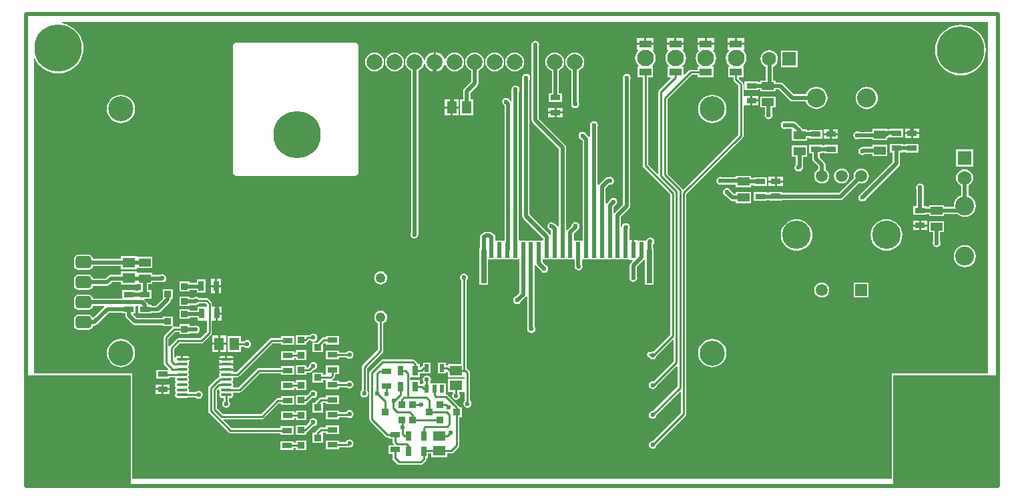
<source format=gbl>
G04*
G04 #@! TF.GenerationSoftware,Altium Limited,CircuitStudio,1.5.2 (1.5.2.30)*
G04*
G04 Layer_Physical_Order=2*
G04 Layer_Color=12500520*
%FSLAX44Y44*%
%MOMM*%
G71*
G01*
G75*
%ADD10C,0.2540*%
%ADD11C,0.5000*%
G04:AMPARAMS|DCode=12|XSize=1.524mm|YSize=2mm|CornerRadius=0.381mm|HoleSize=0mm|Usage=FLASHONLY|Rotation=270.000|XOffset=0mm|YOffset=0mm|HoleType=Round|Shape=RoundedRectangle|*
%AMROUNDEDRECTD12*
21,1,1.5240,1.2380,0,0,270.0*
21,1,0.7620,2.0000,0,0,270.0*
1,1,0.7620,-0.6190,-0.3810*
1,1,0.7620,-0.6190,0.3810*
1,1,0.7620,0.6190,0.3810*
1,1,0.7620,0.6190,-0.3810*
%
%ADD12ROUNDEDRECTD12*%
%ADD13C,3.1800*%
%ADD14C,1.2500*%
%ADD15R,1.7780X1.7780*%
%ADD16C,1.7780*%
%ADD17R,1.7780X1.7780*%
%ADD18C,6.0000*%
%ADD19C,3.6000*%
%ADD20C,1.5000*%
%ADD21R,1.5000X1.5000*%
%ADD22C,2.4000*%
%ADD23C,2.0000*%
%ADD24C,2.1000*%
%ADD25C,0.6000*%
%ADD26R,1.3000X0.7000*%
%ADD27R,0.7000X1.3000*%
%ADD28R,1.6000X1.3000*%
%ADD29R,0.9144X0.8128*%
%ADD30R,0.6000X1.0000*%
%ADD31R,1.6000X0.9500*%
%ADD32R,0.6000X2.0000*%
%ADD33R,0.7000X4.2000*%
%ADD34R,1.5240X1.0000*%
%ADD35R,1.3000X1.6000*%
%ADD36O,1.4000X0.3500*%
%ADD37R,13.0000X14.0000*%
G36*
X1467950Y394188D02*
X1467052Y393290D01*
X1345450D01*
Y259040D01*
X383348Y259040D01*
X382450Y259938D01*
Y393290D01*
X257950D01*
X257950Y792459D01*
X259196Y792707D01*
X259690Y791514D01*
X262321Y787219D01*
X265593Y783389D01*
X269423Y780118D01*
X273717Y777486D01*
X278371Y775558D01*
X283269Y774383D01*
X288290Y773987D01*
X293311Y774383D01*
X298209Y775558D01*
X302863Y777486D01*
X307157Y780118D01*
X310987Y783389D01*
X314259Y787219D01*
X316890Y791514D01*
X318818Y796167D01*
X319994Y801065D01*
X320389Y806086D01*
X319994Y811108D01*
X318818Y816005D01*
X316890Y820659D01*
X314259Y824954D01*
X310987Y828784D01*
X307157Y832055D01*
X302863Y834687D01*
X298209Y836614D01*
X293311Y837790D01*
X293443Y839040D01*
X1467950Y839040D01*
X1467950Y394188D01*
D02*
G37*
%LPC*%
G36*
X1256900Y508532D02*
X1254420Y508205D01*
X1252109Y507248D01*
X1250125Y505726D01*
X1248602Y503741D01*
X1247645Y501430D01*
X1247318Y498950D01*
X1247645Y496470D01*
X1248602Y494159D01*
X1250125Y492175D01*
X1252109Y490652D01*
X1254420Y489695D01*
X1256900Y489368D01*
X1259380Y489695D01*
X1261691Y490652D01*
X1263676Y492175D01*
X1265198Y494159D01*
X1266155Y496470D01*
X1266482Y498950D01*
X1266155Y501430D01*
X1265198Y503741D01*
X1263676Y505726D01*
X1261691Y507248D01*
X1259380Y508205D01*
X1256900Y508532D01*
D02*
G37*
G36*
X490720Y478080D02*
Y470310D01*
X495490D01*
Y478080D01*
X490720D01*
D02*
G37*
G36*
X495490Y467770D02*
X490720D01*
Y460000D01*
X495490D01*
Y467770D01*
D02*
G37*
G36*
X494490Y502770D02*
X489720D01*
Y495000D01*
X494490D01*
Y502770D01*
D02*
G37*
G36*
X487180D02*
X482410D01*
Y495000D01*
X487180D01*
Y502770D01*
D02*
G37*
G36*
X1316400Y508450D02*
X1297400D01*
Y489450D01*
X1316400D01*
Y508450D01*
D02*
G37*
G36*
X587925Y440540D02*
X570925D01*
Y438374D01*
X558950D01*
X557674Y438120D01*
X556592Y437397D01*
X514319Y395124D01*
X511272D01*
X510593Y396394D01*
X510741Y396616D01*
X510821Y397020D01*
X501450D01*
X492079D01*
X492159Y396616D01*
X493107Y395197D01*
X492996Y393744D01*
X492668Y393253D01*
X492377Y391790D01*
X492668Y390327D01*
X492989Y389847D01*
X492377Y388476D01*
X491844Y388370D01*
X490762Y387648D01*
X489645Y386530D01*
X489044Y386410D01*
X487962Y385687D01*
X479552Y377278D01*
X478830Y376196D01*
X478576Y374921D01*
Y345659D01*
X478830Y344384D01*
X479552Y343302D01*
X504672Y318183D01*
X505754Y317460D01*
X507029Y317206D01*
X570450D01*
Y315040D01*
X587450D01*
Y326040D01*
X570450D01*
Y323874D01*
X508410D01*
X498252Y334033D01*
X498738Y335206D01*
X546950D01*
X548226Y335460D01*
X549308Y336183D01*
X568498Y355373D01*
X570925D01*
Y353207D01*
X587925D01*
Y364207D01*
X570925D01*
Y362041D01*
X567117D01*
X565841Y361787D01*
X564759Y361064D01*
X545569Y341874D01*
X496831D01*
X489784Y348921D01*
Y371659D01*
X491247Y373122D01*
X492418Y372496D01*
X492377Y372290D01*
X492668Y370827D01*
X493296Y369887D01*
X493418Y369040D01*
X493296Y368193D01*
X492668Y367253D01*
X492377Y365790D01*
X492668Y364327D01*
X493496Y363086D01*
X494737Y362258D01*
X496200Y361967D01*
X498116D01*
Y358326D01*
X497845Y358145D01*
X496740Y356491D01*
X496352Y354540D01*
X496740Y352589D01*
X497845Y350935D01*
X499499Y349830D01*
X501450Y349442D01*
X503401Y349830D01*
X505055Y350935D01*
X506160Y352589D01*
X506548Y354540D01*
X506160Y356491D01*
X505055Y358145D01*
X504784Y358326D01*
Y361967D01*
X506700D01*
X508163Y362258D01*
X509404Y363086D01*
X510232Y364327D01*
X510523Y365790D01*
X510232Y367253D01*
X509943Y367686D01*
X510622Y368956D01*
X518200D01*
X519476Y369210D01*
X520558Y369933D01*
X544164Y393539D01*
X570925D01*
Y391373D01*
X587925D01*
Y402373D01*
X570925D01*
Y400207D01*
X542783D01*
X541507Y399954D01*
X540426Y399231D01*
X516819Y375624D01*
X510622D01*
X509943Y376894D01*
X510232Y377327D01*
X510523Y378790D01*
X510232Y380253D01*
X509604Y381193D01*
X509482Y382040D01*
X509604Y382887D01*
X510232Y383827D01*
X510523Y385290D01*
X510232Y386753D01*
X509943Y387186D01*
X510622Y388456D01*
X515700D01*
X516976Y388710D01*
X518058Y389432D01*
X560331Y431706D01*
X570925D01*
Y429540D01*
X587925D01*
Y440540D01*
D02*
G37*
G36*
X519950Y440540D02*
X502950D01*
Y420540D01*
X519950D01*
Y427206D01*
X524164D01*
X524345Y426935D01*
X525999Y425830D01*
X527950Y425442D01*
X529901Y425830D01*
X531555Y426935D01*
X532660Y428589D01*
X533048Y430540D01*
X532660Y432491D01*
X531555Y434145D01*
X529901Y435250D01*
X527950Y435638D01*
X525999Y435250D01*
X524345Y434145D01*
X524164Y433874D01*
X519950D01*
Y440540D01*
D02*
G37*
G36*
X501490Y429270D02*
X493720D01*
Y420000D01*
X501490D01*
Y429270D01*
D02*
G37*
G36*
X644425Y441040D02*
X627425D01*
Y438874D01*
X625055D01*
X623779Y438620D01*
X622697Y437897D01*
X616874Y432075D01*
X610966D01*
Y419947D01*
X624110D01*
Y429880D01*
X626155Y431926D01*
X627425Y431529D01*
Y430040D01*
X644425D01*
Y441040D01*
D02*
G37*
G36*
X611950Y443638D02*
X609999Y443250D01*
X608345Y442145D01*
X608164Y441874D01*
X604950D01*
X604204Y441726D01*
X602934Y441726D01*
X602934Y441727D01*
X602934Y441726D01*
X589790D01*
Y429599D01*
X602934D01*
Y432500D01*
X603348Y432582D01*
X604430Y433305D01*
X606331Y435206D01*
X608164D01*
X608345Y434935D01*
X609999Y433830D01*
X611950Y433442D01*
X613900Y433830D01*
X615554Y434935D01*
X616659Y436589D01*
X617048Y438540D01*
X616659Y440491D01*
X615554Y442145D01*
X613900Y443250D01*
X611950Y443638D01*
D02*
G37*
G36*
X501490Y441080D02*
X493720D01*
Y431810D01*
X501490D01*
Y441080D01*
D02*
G37*
G36*
X491180D02*
X483410D01*
Y431810D01*
X491180D01*
Y441080D01*
D02*
G37*
G36*
X487180Y513080D02*
X482410D01*
Y505310D01*
X487180D01*
Y513080D01*
D02*
G37*
G36*
X1380180Y579770D02*
X1372410D01*
Y575000D01*
X1380180D01*
Y579770D01*
D02*
G37*
G36*
X1412070Y586380D02*
X1392830D01*
Y572380D01*
X1397862D01*
Y560673D01*
X1397740Y560491D01*
X1397352Y558540D01*
X1397740Y556589D01*
X1398845Y554935D01*
X1400499Y553830D01*
X1402450Y553442D01*
X1404401Y553830D01*
X1406055Y554935D01*
X1407160Y556589D01*
X1407548Y558540D01*
X1407160Y560491D01*
X1407038Y560673D01*
Y572380D01*
X1412070D01*
Y586380D01*
D02*
G37*
G36*
X1338900Y589047D02*
X1334979Y588661D01*
X1331209Y587517D01*
X1327735Y585660D01*
X1324689Y583161D01*
X1322190Y580115D01*
X1320333Y576641D01*
X1319189Y572871D01*
X1318803Y568950D01*
X1319189Y565029D01*
X1320333Y561259D01*
X1322190Y557785D01*
X1324689Y554739D01*
X1327735Y552240D01*
X1331209Y550383D01*
X1334979Y549239D01*
X1338900Y548853D01*
X1342821Y549239D01*
X1346591Y550383D01*
X1350065Y552240D01*
X1353111Y554739D01*
X1355610Y557785D01*
X1357467Y561259D01*
X1358611Y565029D01*
X1358997Y568950D01*
X1358611Y572871D01*
X1357467Y576641D01*
X1355610Y580115D01*
X1353111Y583161D01*
X1350065Y585660D01*
X1346591Y587517D01*
X1342821Y588661D01*
X1338900Y589047D01*
D02*
G37*
G36*
X1380180Y587080D02*
X1372410D01*
Y582310D01*
X1380180D01*
Y587080D01*
D02*
G37*
G36*
X893450Y815638D02*
X891499Y815250D01*
X889845Y814145D01*
X888740Y812491D01*
X888352Y810540D01*
X888740Y808589D01*
X888862Y808407D01*
Y715040D01*
X889211Y713284D01*
X890206Y711796D01*
X923362Y678640D01*
Y579888D01*
X923117Y579692D01*
X921415Y579954D01*
X921194Y580284D01*
X918194Y583284D01*
X916706Y584279D01*
X916563Y584307D01*
X915901Y584750D01*
X913950Y585138D01*
X911999Y584750D01*
X910345Y583645D01*
X909240Y581991D01*
X908852Y580040D01*
X909240Y578089D01*
X910345Y576435D01*
X911999Y575330D01*
X913362Y575059D01*
Y569389D01*
X913117Y569192D01*
X911415Y569454D01*
X911194Y569784D01*
X886038Y594940D01*
Y765659D01*
X886660Y766589D01*
X887048Y768540D01*
X886660Y770491D01*
X885555Y772145D01*
X883901Y773250D01*
X881950Y773638D01*
X879999Y773250D01*
X878345Y772145D01*
X877240Y770491D01*
X876852Y768540D01*
X877006Y767765D01*
X876862Y767040D01*
Y593040D01*
X877211Y591284D01*
X878206Y589796D01*
X903362Y564640D01*
Y563139D01*
X902950Y562040D01*
X901680Y562040D01*
X894220D01*
X892950Y562040D01*
X892950D01*
D01*
X891680Y562040D01*
X884220D01*
X882950Y562040D01*
X882950D01*
X881680Y562040D01*
X874220D01*
X872950Y562040D01*
X872538Y563139D01*
Y750659D01*
X873160Y751589D01*
X873548Y753540D01*
X873160Y755491D01*
X872055Y757145D01*
X870401Y758250D01*
X868450Y758638D01*
X866499Y758250D01*
X864845Y757145D01*
X863740Y755491D01*
X863352Y753540D01*
X863407Y753265D01*
X863362Y753040D01*
Y739249D01*
X862092Y738863D01*
X862044Y738934D01*
X861203Y739776D01*
X861160Y739991D01*
X860055Y741645D01*
X858401Y742750D01*
X856450Y743138D01*
X854499Y742750D01*
X852845Y741645D01*
X851740Y739991D01*
X851352Y738040D01*
X851740Y736089D01*
X852845Y734435D01*
X854212Y733522D01*
Y562060D01*
X852950Y562040D01*
X852950D01*
X851680Y562040D01*
X844220D01*
X842950Y562040D01*
X842538Y563139D01*
X842538Y563139D01*
Y563907D01*
X842660Y564089D01*
X843048Y566040D01*
X842660Y567991D01*
X841555Y569645D01*
X839901Y570750D01*
X839686Y570793D01*
X838694Y571784D01*
X837206Y572779D01*
X835450Y573128D01*
X830950D01*
X829194Y572779D01*
X827706Y571784D01*
X826214Y570293D01*
X825999Y570250D01*
X824345Y569145D01*
X823240Y567491D01*
X822852Y565540D01*
X823240Y563589D01*
X823362Y563407D01*
Y552040D01*
X822450D01*
Y506040D01*
X833450D01*
Y537142D01*
X834348Y538040D01*
X841680D01*
X842950Y538040D01*
X842950D01*
X844220Y538040D01*
X851680D01*
X852950Y538040D01*
X852950D01*
X854220Y538040D01*
X871680D01*
X872950Y538040D01*
X873362Y536941D01*
X873362Y536941D01*
Y495440D01*
X868714Y490793D01*
X868499Y490750D01*
X866845Y489645D01*
X865740Y487991D01*
X865352Y486040D01*
X865740Y484089D01*
X866845Y482435D01*
X868499Y481330D01*
X870450Y480942D01*
X872401Y481330D01*
X874055Y482435D01*
X875160Y484089D01*
X875203Y484304D01*
X881194Y490296D01*
X881415Y490626D01*
X883117Y490888D01*
X883362Y490692D01*
Y450040D01*
X883407Y449815D01*
X883352Y449540D01*
X883740Y447589D01*
X884845Y445935D01*
X886499Y444830D01*
X888450Y444442D01*
X890401Y444830D01*
X892055Y445935D01*
X893160Y447589D01*
X893548Y449540D01*
X893160Y451491D01*
X892538Y452421D01*
Y530192D01*
X892783Y530388D01*
X894485Y530126D01*
X894706Y529796D01*
X900197Y524304D01*
X900240Y524089D01*
X901345Y522435D01*
X902999Y521330D01*
X904950Y520942D01*
X906901Y521330D01*
X908555Y522435D01*
X909660Y524089D01*
X910048Y526040D01*
X909660Y527991D01*
X908555Y529645D01*
X906901Y530750D01*
X906686Y530793D01*
X902538Y534940D01*
Y536941D01*
X902950Y538040D01*
X904220Y538040D01*
X921680D01*
X922950Y538040D01*
X922950D01*
X924220Y538040D01*
X931680D01*
X932950Y538040D01*
X932950D01*
X934220Y538040D01*
X941680D01*
X942950Y538040D01*
X943362Y536941D01*
X943362Y536941D01*
Y529540D01*
X943407Y529315D01*
X943352Y529040D01*
X943740Y527089D01*
X944845Y525435D01*
X946499Y524330D01*
X948450Y523942D01*
X950401Y524330D01*
X952055Y525435D01*
X953160Y527089D01*
X953548Y529040D01*
X953160Y530991D01*
X952538Y531921D01*
Y537142D01*
X953436Y538040D01*
X961680D01*
X962950Y538040D01*
X962950D01*
X964220Y538040D01*
X971680D01*
X972950Y538040D01*
X972950D01*
X974220Y538040D01*
X981680D01*
X982950Y538040D01*
X982950D01*
D01*
X984220Y538040D01*
X991680D01*
X992950Y538040D01*
X992950D01*
D01*
X994220Y538040D01*
X1012410D01*
Y537500D01*
X1016626D01*
X1017112Y536327D01*
X1014569Y533784D01*
X1013575Y532295D01*
X1013225Y530540D01*
Y516853D01*
X1013104Y516670D01*
X1012716Y514720D01*
X1013104Y512769D01*
X1014209Y511115D01*
X1015863Y510010D01*
X1017814Y509622D01*
X1019764Y510010D01*
X1021418Y511115D01*
X1022523Y512769D01*
X1022912Y514720D01*
X1022523Y516670D01*
X1022402Y516853D01*
Y528639D01*
X1031180Y537417D01*
X1031242Y537416D01*
X1032450Y537025D01*
Y506040D01*
X1043450D01*
Y552040D01*
X1042538D01*
Y556591D01*
X1043054Y556935D01*
X1044159Y558589D01*
X1044547Y560540D01*
X1044159Y562491D01*
X1043054Y564145D01*
X1041400Y565250D01*
X1039449Y565638D01*
X1037498Y565250D01*
X1036835Y564807D01*
X1036694Y564779D01*
X1035205Y563784D01*
X1034706Y563284D01*
X1034127Y562419D01*
X1032950Y562040D01*
X1032950D01*
X1032950Y562040D01*
X1032950Y562040D01*
X1023490D01*
Y562580D01*
X1019220D01*
Y550040D01*
X1016680D01*
Y562580D01*
X1012538D01*
Y576159D01*
X1013160Y577089D01*
X1013548Y579040D01*
X1013160Y580991D01*
X1012055Y582645D01*
X1010401Y583750D01*
X1008450Y584138D01*
X1006499Y583750D01*
X1004845Y582645D01*
X1003740Y580991D01*
X1003458Y579574D01*
X1002188Y579699D01*
Y591790D01*
X1012706Y602307D01*
X1013700Y603796D01*
X1014050Y605551D01*
Y766407D01*
X1014171Y766589D01*
X1014559Y768540D01*
X1014171Y770491D01*
X1013066Y772145D01*
X1011412Y773250D01*
X1009461Y773638D01*
X1007511Y773250D01*
X1005857Y772145D01*
X1004752Y770491D01*
X1004363Y768540D01*
X1004752Y766589D01*
X1004873Y766407D01*
Y607452D01*
X994356Y596934D01*
X993808Y596115D01*
X992538Y596500D01*
Y604640D01*
X994186Y606287D01*
X994401Y606330D01*
X996055Y607435D01*
X997160Y609089D01*
X997548Y611040D01*
X997160Y612991D01*
X996055Y614645D01*
X994401Y615750D01*
X992450Y616138D01*
X990499Y615750D01*
X988845Y614645D01*
X987740Y612991D01*
X987697Y612776D01*
X984706Y609784D01*
X984485Y609454D01*
X982783Y609192D01*
X982538Y609388D01*
Y628139D01*
X987025Y632626D01*
X987950Y632442D01*
X989901Y632830D01*
X991555Y633935D01*
X992660Y635589D01*
X993048Y637540D01*
X992660Y639491D01*
X991555Y641145D01*
X989901Y642250D01*
X987950Y642638D01*
X985999Y642250D01*
X985817Y642128D01*
X985450D01*
X983694Y641779D01*
X982206Y640784D01*
X974706Y633284D01*
X974485Y632954D01*
X972783Y632692D01*
X972538Y632888D01*
Y706407D01*
X972660Y706589D01*
X973048Y708540D01*
X972660Y710491D01*
X971555Y712145D01*
X969901Y713250D01*
X967950Y713638D01*
X965999Y713250D01*
X964345Y712145D01*
X963240Y710491D01*
X962852Y708540D01*
X963240Y706589D01*
X963362Y706407D01*
Y693389D01*
X963117Y693192D01*
X961415Y693454D01*
X961194Y693784D01*
X958203Y696776D01*
X958160Y696991D01*
X957055Y698645D01*
X955401Y699750D01*
X953450Y700138D01*
X951499Y699750D01*
X949845Y698645D01*
X948740Y696991D01*
X948352Y695040D01*
X948740Y693089D01*
X949845Y691435D01*
X951499Y690330D01*
X951714Y690287D01*
X953362Y688640D01*
Y562938D01*
X952464Y562040D01*
X944220D01*
X942950Y562040D01*
X942538Y563139D01*
Y570639D01*
X947694Y575796D01*
X948689Y577284D01*
X948859Y578139D01*
X949160Y578589D01*
X949548Y580540D01*
X949160Y582491D01*
X948055Y584145D01*
X946401Y585250D01*
X944450Y585638D01*
X942499Y585250D01*
X940845Y584145D01*
X939740Y582491D01*
X939352Y580540D01*
X939370Y580449D01*
X934706Y575784D01*
X934485Y575454D01*
X932783Y575192D01*
X932538Y575388D01*
Y680540D01*
X932189Y682296D01*
X931194Y683784D01*
X898038Y716941D01*
Y808407D01*
X898160Y808589D01*
X898548Y810540D01*
X898160Y812491D01*
X897055Y814145D01*
X895401Y815250D01*
X893450Y815638D01*
D02*
G37*
G36*
X1390490Y579770D02*
X1382720D01*
Y575000D01*
X1390490D01*
Y579770D01*
D02*
G37*
G36*
X1224900Y589047D02*
X1220979Y588661D01*
X1217209Y587517D01*
X1213735Y585660D01*
X1210689Y583161D01*
X1208190Y580115D01*
X1206333Y576641D01*
X1205189Y572871D01*
X1204803Y568950D01*
X1205189Y565029D01*
X1206333Y561259D01*
X1208190Y557785D01*
X1210689Y554739D01*
X1213735Y552240D01*
X1217209Y550383D01*
X1220979Y549239D01*
X1224900Y548853D01*
X1228821Y549239D01*
X1232591Y550383D01*
X1236065Y552240D01*
X1239111Y554739D01*
X1241610Y557785D01*
X1243467Y561259D01*
X1244611Y565029D01*
X1244997Y568950D01*
X1244611Y572871D01*
X1243467Y576641D01*
X1241610Y580115D01*
X1239111Y583161D01*
X1236065Y585660D01*
X1232591Y587517D01*
X1228821Y588661D01*
X1224900Y589047D01*
D02*
G37*
G36*
X474950Y512540D02*
X463950D01*
Y508204D01*
X455110D01*
Y509680D01*
X441966D01*
Y497552D01*
X455110D01*
Y499028D01*
X463950D01*
Y495540D01*
X474950D01*
Y512540D01*
D02*
G37*
G36*
X697450Y522821D02*
X695296Y522537D01*
X693289Y521706D01*
X691566Y520384D01*
X690244Y518661D01*
X689412Y516654D01*
X689129Y514500D01*
X689412Y512346D01*
X690244Y510339D01*
X691566Y508616D01*
X693289Y507294D01*
X695296Y506462D01*
X697450Y506179D01*
X699604Y506462D01*
X701610Y507294D01*
X703334Y508616D01*
X704656Y510339D01*
X705488Y512346D01*
X705771Y514500D01*
X705488Y516654D01*
X704656Y518661D01*
X703334Y520384D01*
X701610Y521706D01*
X699604Y522537D01*
X697450Y522821D01*
D02*
G37*
G36*
X494490Y513080D02*
X489720D01*
Y505310D01*
X494490D01*
Y513080D01*
D02*
G37*
G36*
X1438110Y556111D02*
X1434455Y555630D01*
X1431050Y554219D01*
X1428125Y551975D01*
X1425881Y549050D01*
X1424470Y545645D01*
X1423989Y541990D01*
X1424470Y538335D01*
X1425881Y534930D01*
X1428125Y532005D01*
X1431050Y529761D01*
X1434455Y528350D01*
X1438110Y527869D01*
X1441765Y528350D01*
X1445170Y529761D01*
X1448095Y532005D01*
X1450339Y534930D01*
X1451750Y538335D01*
X1452231Y541990D01*
X1451750Y545645D01*
X1450339Y549050D01*
X1448095Y551975D01*
X1445170Y554219D01*
X1441765Y555630D01*
X1438110Y556111D01*
D02*
G37*
G36*
X326700Y544014D02*
X314320D01*
X312053Y543563D01*
X310131Y542279D01*
X308847Y540357D01*
X308396Y538090D01*
Y530470D01*
X308847Y528203D01*
X310131Y526281D01*
X312053Y524997D01*
X314320Y524546D01*
X326700D01*
X328967Y524997D01*
X330889Y526281D01*
X332173Y528203D01*
X332453Y529612D01*
X367960D01*
Y525006D01*
X387960D01*
Y526083D01*
X388330Y527200D01*
X407570D01*
Y541200D01*
X388330D01*
X387960Y542006D01*
Y542006D01*
X367960D01*
Y538788D01*
X332485D01*
X332173Y540357D01*
X330889Y542279D01*
X328967Y543563D01*
X326700Y544014D01*
D02*
G37*
G36*
X387960Y523006D02*
X367960D01*
Y518468D01*
X354790D01*
X353034Y518119D01*
X351546Y517124D01*
X347890Y513468D01*
X332469D01*
X332173Y514957D01*
X330889Y516879D01*
X328967Y518163D01*
X326700Y518614D01*
X314320D01*
X312053Y518163D01*
X310131Y516879D01*
X308847Y514957D01*
X308396Y512690D01*
Y505070D01*
X308847Y502803D01*
X310131Y500881D01*
X312053Y499597D01*
X314320Y499146D01*
X326700D01*
X328967Y499597D01*
X330889Y500881D01*
X332173Y502803D01*
X332469Y504292D01*
X349790D01*
X351546Y504641D01*
X353034Y505636D01*
X356690Y509292D01*
X367960D01*
Y506006D01*
X387960D01*
Y506006D01*
X388330Y506880D01*
X393362D01*
Y499040D01*
X389450D01*
Y498128D01*
X386450D01*
Y499040D01*
X369450D01*
Y488068D01*
X332469D01*
X332173Y489557D01*
X330889Y491479D01*
X328967Y492763D01*
X326700Y493214D01*
X314320D01*
X312053Y492763D01*
X310131Y491479D01*
X308847Y489557D01*
X308396Y487290D01*
Y479670D01*
X308847Y477403D01*
X310131Y475481D01*
X312053Y474197D01*
X314320Y473746D01*
X326700D01*
X328967Y474197D01*
X330889Y475481D01*
X332173Y477403D01*
X332469Y478892D01*
X346577D01*
X346924Y478281D01*
X347043Y477622D01*
X333404Y463983D01*
X332016Y464391D01*
X330889Y466079D01*
X328967Y467363D01*
X326700Y467814D01*
X314320D01*
X312053Y467363D01*
X310131Y466079D01*
X308847Y464157D01*
X308396Y461890D01*
Y454270D01*
X308847Y452003D01*
X310131Y450081D01*
X312053Y448797D01*
X314320Y448346D01*
X326700D01*
X328967Y448797D01*
X330889Y450081D01*
X332173Y452003D01*
X332469Y453492D01*
X333990D01*
X335746Y453841D01*
X337234Y454836D01*
X352351Y469952D01*
X369450D01*
Y469040D01*
X373362D01*
Y467040D01*
X373711Y465284D01*
X374706Y463796D01*
X382630Y455872D01*
X384118Y454877D01*
X385874Y454528D01*
X420790D01*
Y453052D01*
X432837D01*
X432837D01*
X433017Y453052D01*
X433061D01*
X433066D01*
X433067Y453052D01*
X433069Y453052D01*
X433071D01*
X433071D01*
X433072D01*
X433094Y452991D01*
X433110Y452946D01*
X433124Y452907D01*
X433145Y452850D01*
X433145Y452850D01*
X433315Y452380D01*
X432931Y451236D01*
X422593Y440897D01*
X421870Y439816D01*
X421616Y438540D01*
Y406540D01*
X421870Y405264D01*
X422593Y404183D01*
X428062Y398713D01*
X427576Y397540D01*
X412450D01*
Y386540D01*
X429450D01*
Y388456D01*
X436278D01*
X436957Y387186D01*
X436668Y386753D01*
X436377Y385290D01*
X436668Y383827D01*
X437296Y382887D01*
X437418Y382040D01*
X437296Y381193D01*
X436668Y380253D01*
X436377Y378790D01*
X436668Y377327D01*
X437496Y376087D01*
Y374994D01*
X436668Y373753D01*
X436377Y372290D01*
X436668Y370827D01*
X437296Y369887D01*
X437418Y369040D01*
X437296Y368193D01*
X436668Y367253D01*
X436377Y365790D01*
X436668Y364327D01*
X437496Y363086D01*
X438737Y362258D01*
X440200Y361967D01*
X450700D01*
X452163Y362258D01*
X452460Y362456D01*
X462804D01*
X462845Y362395D01*
X464499Y361290D01*
X466450Y360902D01*
X468401Y361290D01*
X470055Y362395D01*
X471160Y364049D01*
X471548Y366000D01*
X471160Y367951D01*
X470055Y369605D01*
X468401Y370710D01*
X466450Y371098D01*
X464499Y370710D01*
X462845Y369605D01*
X462524Y369124D01*
X454622D01*
X453943Y370394D01*
X454232Y370827D01*
X454523Y372290D01*
X454232Y373753D01*
X453404Y374994D01*
Y376087D01*
X454232Y377327D01*
X454523Y378790D01*
X454232Y380253D01*
X453604Y381193D01*
X453482Y382040D01*
X453604Y382887D01*
X454232Y383827D01*
X454523Y385290D01*
X454232Y386753D01*
X453404Y387994D01*
Y389086D01*
X454232Y390327D01*
X454523Y391790D01*
X454232Y393253D01*
X453604Y394193D01*
X453482Y395040D01*
X453604Y395887D01*
X454232Y396827D01*
X454523Y398290D01*
X454232Y399753D01*
X453404Y400994D01*
Y402086D01*
X454232Y403327D01*
X454523Y404790D01*
X454232Y406253D01*
X453904Y406744D01*
X453793Y408197D01*
X454741Y409616D01*
X454821Y410020D01*
X445450D01*
Y411290D01*
X444180D01*
Y415664D01*
X440200D01*
X438526Y415331D01*
X437107Y414383D01*
X436554Y413555D01*
X435284Y413941D01*
Y424159D01*
X442331Y431206D01*
X469950D01*
X471226Y431460D01*
X472308Y432183D01*
X482308Y442183D01*
X483030Y443264D01*
X483284Y444540D01*
Y458782D01*
X483410Y460000D01*
X484554Y460000D01*
X488180D01*
Y469040D01*
Y478080D01*
X484554D01*
X483410Y478080D01*
X483284Y479298D01*
Y482040D01*
X483030Y483316D01*
X482308Y484398D01*
X478808Y487897D01*
X477726Y488620D01*
X476450Y488874D01*
X467236D01*
X467055Y489145D01*
X465401Y490250D01*
X463450Y490638D01*
X461499Y490250D01*
X459845Y489145D01*
X459783Y489052D01*
X455110D01*
Y490528D01*
X441966D01*
Y478400D01*
X455110D01*
Y479876D01*
X462374D01*
X464130Y480225D01*
X464880Y480727D01*
X465401Y480830D01*
X467055Y481935D01*
X467236Y482206D01*
X475069D01*
X476616Y480659D01*
Y478534D01*
X475950Y477540D01*
X475346Y477540D01*
X464950D01*
Y473204D01*
X455110D01*
Y474680D01*
X441966D01*
Y462552D01*
X455110D01*
Y464028D01*
X464950D01*
Y460540D01*
X475346D01*
X475950Y460540D01*
X476616Y459546D01*
X476616Y459546D01*
Y445921D01*
X468569Y437874D01*
X440950D01*
X439674Y437620D01*
X438592Y436898D01*
X429593Y427897D01*
X429554Y427840D01*
X428284Y428225D01*
Y437159D01*
X437255Y446130D01*
X441966D01*
Y443400D01*
X455110D01*
Y444452D01*
X460817D01*
X460999Y444330D01*
X462950Y443942D01*
X464901Y444330D01*
X466555Y445435D01*
X467660Y447089D01*
X468048Y449040D01*
X467660Y450991D01*
X466555Y452645D01*
X464901Y453750D01*
X462950Y454138D01*
X460999Y453750D01*
X460817Y453628D01*
X455110D01*
Y455528D01*
X441966D01*
Y452798D01*
X435874D01*
X435509Y452725D01*
X434389Y453146D01*
X434063Y453408D01*
X434061Y453410D01*
X434057Y453413D01*
X434057Y453413D01*
X434055Y453414D01*
X433995Y453511D01*
X433992Y453516D01*
X433956Y453574D01*
X433945Y453590D01*
X433943Y453594D01*
X433934Y453609D01*
Y453623D01*
X433934Y453713D01*
Y453848D01*
Y453856D01*
X433934Y453963D01*
Y453965D01*
Y465180D01*
X420790D01*
Y463704D01*
X387775D01*
X383709Y467770D01*
X384235Y469040D01*
X386450D01*
Y478892D01*
X389450D01*
Y469040D01*
X406450D01*
Y469952D01*
X414450D01*
X416206Y470301D01*
X417694Y471296D01*
X430606Y484208D01*
X431601Y485696D01*
X431950Y487452D01*
Y488052D01*
X433934D01*
Y500180D01*
X420790D01*
Y488052D01*
X420790Y488052D01*
X420790D01*
X420360Y486939D01*
X412550Y479128D01*
X406450D01*
Y480040D01*
X402538D01*
Y480040D01*
X402189Y481796D01*
X401194Y483284D01*
X397754Y486724D01*
X397686Y486770D01*
X398071Y488040D01*
X406450D01*
Y499040D01*
X402538D01*
Y506880D01*
X407570D01*
Y509292D01*
X418691D01*
X420450Y508942D01*
X422401Y509330D01*
X424055Y510435D01*
X425160Y512089D01*
X425548Y514040D01*
X425160Y515991D01*
X424055Y517645D01*
X422401Y518750D01*
X420450Y519138D01*
X418499Y518750D01*
X418078Y518468D01*
X407570D01*
Y520880D01*
X388330D01*
X387960Y521997D01*
Y523006D01*
D02*
G37*
G36*
X491180Y429270D02*
X483410D01*
Y420000D01*
X491180D01*
Y429270D01*
D02*
G37*
G36*
X419680Y371770D02*
X411910D01*
Y367000D01*
X419680D01*
Y371770D01*
D02*
G37*
G36*
X697450Y472821D02*
X695296Y472537D01*
X693289Y471706D01*
X691566Y470384D01*
X690244Y468661D01*
X689412Y466654D01*
X689129Y464500D01*
X689412Y462346D01*
X690244Y460339D01*
X691566Y458616D01*
X693289Y457294D01*
X694116Y456951D01*
Y423381D01*
X674092Y403357D01*
X673370Y402276D01*
X673116Y401000D01*
Y371286D01*
X672845Y371105D01*
X671740Y369451D01*
X671352Y367500D01*
X671740Y365549D01*
X672845Y363895D01*
X674499Y362790D01*
X676450Y362402D01*
X678401Y362790D01*
X680055Y363895D01*
X681160Y365549D01*
X681548Y367500D01*
X681160Y369451D01*
X680055Y371105D01*
X679784Y371286D01*
Y399619D01*
X699807Y419642D01*
X700530Y420724D01*
X700784Y422000D01*
Y456951D01*
X701610Y457294D01*
X703334Y458616D01*
X704656Y460339D01*
X705488Y462346D01*
X705771Y464500D01*
X705488Y466654D01*
X704656Y468661D01*
X703334Y470384D01*
X701610Y471706D01*
X699604Y472537D01*
X697450Y472821D01*
D02*
G37*
G36*
X611950Y371971D02*
X609999Y371583D01*
X608345Y370478D01*
X607240Y368824D01*
X607170Y368475D01*
X604146Y365451D01*
X602934Y365354D01*
Y365354D01*
X602934Y365354D01*
X589790D01*
Y353226D01*
X602934D01*
Y356003D01*
X603976Y356210D01*
X605058Y356933D01*
X610240Y362115D01*
X611950Y361775D01*
X613900Y362163D01*
X615554Y363269D01*
X616659Y364922D01*
X617048Y366873D01*
X616659Y368824D01*
X615554Y370478D01*
X613900Y371583D01*
X611950Y371971D01*
D02*
G37*
G36*
X429990Y379080D02*
X422220D01*
Y374310D01*
X429990D01*
Y379080D01*
D02*
G37*
G36*
X419680D02*
X411910D01*
Y374310D01*
X419680D01*
Y379080D01*
D02*
G37*
G36*
X429990Y371770D02*
X422220D01*
Y367000D01*
X429990D01*
Y371770D01*
D02*
G37*
G36*
X644425Y365001D02*
X627425D01*
Y362835D01*
X621911D01*
X620635Y362581D01*
X620202Y362292D01*
X619554Y361859D01*
X615181Y357486D01*
X614458Y356404D01*
X614318Y355702D01*
X610966D01*
Y343574D01*
X624110D01*
Y355702D01*
X625187Y356167D01*
X627425D01*
Y354001D01*
X644425D01*
Y365001D01*
D02*
G37*
G36*
Y326982D02*
X627425D01*
Y324816D01*
X621392D01*
X620116Y324562D01*
X619034Y323839D01*
X615181Y319986D01*
X614458Y318904D01*
X614204Y317628D01*
Y317516D01*
X610966D01*
Y305388D01*
X624110D01*
Y317516D01*
X625118Y318148D01*
X627425D01*
Y315982D01*
X644425D01*
Y326982D01*
D02*
G37*
G36*
X657950Y309138D02*
X655999Y308750D01*
X654345Y307645D01*
X653240Y305991D01*
X653205Y305816D01*
X644425D01*
Y307982D01*
X627425D01*
Y296982D01*
X644425D01*
Y299148D01*
X655892D01*
X656404Y299250D01*
X657950Y298942D01*
X659901Y299330D01*
X661555Y300435D01*
X662660Y302089D01*
X663048Y304040D01*
X662660Y305991D01*
X661555Y307645D01*
X659901Y308750D01*
X657950Y309138D01*
D02*
G37*
G36*
X602934Y308016D02*
X589790D01*
Y304874D01*
X587450D01*
Y307040D01*
X570450D01*
Y296040D01*
X587450D01*
Y298206D01*
X589790D01*
Y295888D01*
X602934D01*
Y308016D01*
D02*
G37*
G36*
X657950Y346638D02*
X655999Y346250D01*
X654345Y345145D01*
X653470Y343835D01*
X644425D01*
Y346001D01*
X627425D01*
Y335001D01*
X644425D01*
Y337167D01*
X655495D01*
X655999Y336830D01*
X657950Y336442D01*
X659901Y336830D01*
X661555Y337935D01*
X662660Y339589D01*
X663048Y341540D01*
X662660Y343491D01*
X661555Y345145D01*
X659901Y346250D01*
X657950Y346638D01*
D02*
G37*
G36*
X602934Y346202D02*
X589790D01*
Y343041D01*
X587925D01*
Y345207D01*
X570925D01*
Y334207D01*
X587925D01*
Y336373D01*
X589790D01*
Y334074D01*
X602934D01*
Y346202D01*
D02*
G37*
G36*
X611950Y336138D02*
X609999Y335750D01*
X608345Y334645D01*
X607240Y332991D01*
X606880Y331186D01*
X602863Y327168D01*
X589790D01*
Y315040D01*
X602934D01*
Y318120D01*
X603871Y318746D01*
X611213Y326088D01*
X611950Y325942D01*
X613900Y326330D01*
X615554Y327435D01*
X616659Y329089D01*
X617048Y331040D01*
X616659Y332991D01*
X615554Y334645D01*
X613900Y335750D01*
X611950Y336138D01*
D02*
G37*
G36*
X602934Y384388D02*
X589790D01*
Y381207D01*
X587925D01*
Y383373D01*
X570925D01*
Y372373D01*
X587925D01*
Y374539D01*
X589790D01*
Y372260D01*
X602934D01*
Y384388D01*
D02*
G37*
G36*
X500180Y415664D02*
X496200D01*
X494526Y415331D01*
X493107Y414383D01*
X492159Y412964D01*
X492079Y412560D01*
X500180D01*
Y415664D01*
D02*
G37*
G36*
X644425Y422040D02*
X627425D01*
Y411040D01*
X644425D01*
Y413206D01*
X654164D01*
X654345Y412935D01*
X655999Y411830D01*
X657950Y411442D01*
X659901Y411830D01*
X661555Y412935D01*
X662660Y414589D01*
X663048Y416540D01*
X662660Y418491D01*
X661555Y420145D01*
X659901Y421250D01*
X657950Y421638D01*
X655999Y421250D01*
X654345Y420145D01*
X654164Y419874D01*
X644425D01*
Y422040D01*
D02*
G37*
G36*
X510821Y410020D02*
X501450D01*
X492079D01*
X492159Y409616D01*
X492547Y409036D01*
X493031Y408040D01*
X492547Y407044D01*
X492159Y406464D01*
X492079Y406060D01*
X501450D01*
X510821D01*
X510741Y406464D01*
X510353Y407044D01*
X509869Y408040D01*
X510353Y409036D01*
X510741Y409616D01*
X510821Y410020D01*
D02*
G37*
G36*
X602934Y422575D02*
X589790D01*
Y419374D01*
X587925D01*
Y421540D01*
X570925D01*
Y410540D01*
X587925D01*
Y412706D01*
X589790D01*
Y410447D01*
X602934D01*
Y422575D01*
D02*
G37*
G36*
X506700Y415664D02*
X502720D01*
Y412560D01*
X510821D01*
X510741Y412964D01*
X509793Y414383D01*
X508374Y415331D01*
X506700Y415664D01*
D02*
G37*
G36*
X450700D02*
X446720D01*
Y412560D01*
X454821D01*
X454741Y412964D01*
X453793Y414383D01*
X452374Y415331D01*
X450700Y415664D01*
D02*
G37*
G36*
X802950Y520098D02*
X800999Y519710D01*
X799345Y518605D01*
X798240Y516951D01*
X797852Y515000D01*
X798240Y513049D01*
X799345Y511395D01*
X799616Y511214D01*
Y405348D01*
X782950D01*
Y403986D01*
X781968Y403180D01*
X781948Y403184D01*
X779949D01*
Y406850D01*
X769950D01*
Y392850D01*
X779949D01*
Y395337D01*
X781219Y395863D01*
X782592Y394490D01*
X782950Y394252D01*
Y388348D01*
X802950D01*
X802950Y388348D01*
Y388348D01*
X802950Y388348D01*
X804116Y388097D01*
Y386599D01*
X802950Y386348D01*
X802846Y386348D01*
X782950D01*
Y369348D01*
X788532D01*
X788607Y369266D01*
X789095Y368078D01*
X788240Y366799D01*
X787852Y364848D01*
X788240Y362897D01*
X789345Y361243D01*
X790999Y360138D01*
X792950Y359750D01*
X794901Y360138D01*
X796555Y361243D01*
X797660Y362897D01*
X798048Y364848D01*
X797660Y366799D01*
X796805Y368078D01*
X797293Y369266D01*
X797368Y369348D01*
X802846D01*
X802950Y369348D01*
X804116Y369097D01*
Y358286D01*
X803845Y358105D01*
X802740Y356451D01*
X802352Y354500D01*
X802740Y352549D01*
X803845Y350895D01*
X805499Y349790D01*
X807450Y349402D01*
X809401Y349790D01*
X811055Y350895D01*
X812160Y352549D01*
X812548Y354500D01*
X812160Y356451D01*
X811055Y358105D01*
X810784Y358286D01*
Y394000D01*
X810530Y395276D01*
X809807Y396357D01*
X806959Y399206D01*
X806284Y399657D01*
Y511214D01*
X806555Y511395D01*
X807660Y513049D01*
X808048Y515000D01*
X807660Y516951D01*
X806555Y518605D01*
X804901Y519710D01*
X802950Y520098D01*
D02*
G37*
G36*
X510821Y403520D02*
X501450D01*
X492079D01*
X492159Y403116D01*
X492547Y402536D01*
X493031Y401540D01*
X492547Y400544D01*
X492159Y399964D01*
X492079Y399560D01*
X501450D01*
X510821D01*
X510741Y399964D01*
X510353Y400544D01*
X509869Y401540D01*
X510353Y402536D01*
X510741Y403116D01*
X510821Y403520D01*
D02*
G37*
G36*
X738450Y410682D02*
X699450D01*
X698174Y410428D01*
X697741Y410139D01*
X697092Y409705D01*
X684092Y396705D01*
X683370Y395624D01*
X683116Y394348D01*
Y334848D01*
X683370Y333572D01*
X684092Y332490D01*
X703592Y312990D01*
X704674Y312268D01*
X705950Y312014D01*
X706950D01*
Y309848D01*
X712116D01*
Y306348D01*
X712370Y305072D01*
X713092Y303990D01*
X714062Y303021D01*
X713576Y301848D01*
X706950D01*
Y290848D01*
X712116D01*
Y285348D01*
X712370Y284072D01*
X713092Y282990D01*
X718092Y277990D01*
X719174Y277268D01*
X720450Y277014D01*
X747950D01*
X749226Y277268D01*
X750307Y277990D01*
X754307Y281990D01*
X755030Y283072D01*
X755284Y284348D01*
Y285348D01*
X757450D01*
Y291514D01*
X761450D01*
Y286348D01*
X781450D01*
Y291514D01*
X786950D01*
X788226Y291768D01*
X789308Y292490D01*
X796395Y299578D01*
X797118Y300660D01*
X797372Y301936D01*
Y337708D01*
X800610D01*
Y349836D01*
X797357D01*
X797118Y351036D01*
X796395Y352117D01*
X782807Y365705D01*
X781726Y366428D01*
X781098Y366553D01*
X779949Y366846D01*
Y380846D01*
X760366D01*
X760288Y380932D01*
X759804Y382116D01*
X760660Y383397D01*
X761048Y385348D01*
X760660Y387299D01*
X759555Y388953D01*
X757901Y390058D01*
X755950Y390446D01*
X753999Y390058D01*
X752345Y388953D01*
X751240Y387299D01*
X750852Y385348D01*
X751240Y383397D01*
X752096Y382116D01*
X751612Y380932D01*
X751534Y380846D01*
X750950D01*
Y380678D01*
X749680Y379636D01*
X749450Y379682D01*
X746950D01*
Y384848D01*
X735950D01*
Y384848D01*
X734784Y385099D01*
Y387597D01*
X735950Y387848D01*
X735950Y387848D01*
X735950Y387848D01*
X746950D01*
Y393014D01*
X748450D01*
X749680Y393259D01*
X749734Y393265D01*
X750950Y392850D01*
Y392850D01*
X750950Y392850D01*
X760950D01*
Y406850D01*
X750950D01*
Y402985D01*
X750676Y402930D01*
X749595Y402208D01*
X748220Y400833D01*
X746950Y401359D01*
Y404848D01*
X744685D01*
X744530Y405624D01*
X743808Y406705D01*
X740807Y409705D01*
X739726Y410428D01*
X738450Y410682D01*
D02*
G37*
G36*
X644425Y403021D02*
X627425D01*
Y392021D01*
X626512Y391158D01*
X624110D01*
Y393888D01*
X610966D01*
Y381760D01*
X624110D01*
Y384490D01*
X626350D01*
X627425Y384021D01*
X627425Y383220D01*
Y373021D01*
X644425D01*
Y375187D01*
X654717D01*
X655999Y374330D01*
X657950Y373942D01*
X659901Y374330D01*
X661555Y375435D01*
X662660Y377089D01*
X663048Y379040D01*
X662660Y380991D01*
X661555Y382645D01*
X659901Y383750D01*
X657950Y384138D01*
X655999Y383750D01*
X654345Y382645D01*
X653817Y381855D01*
X644425D01*
Y384021D01*
X636213D01*
X635828Y385291D01*
X636092Y385467D01*
X638283Y387658D01*
X639006Y388740D01*
X639259Y390015D01*
Y392021D01*
X644425D01*
Y403021D01*
D02*
G37*
G36*
X1117950Y437027D02*
X1114441Y436681D01*
X1111067Y435658D01*
X1107957Y433995D01*
X1105232Y431758D01*
X1102995Y429033D01*
X1101332Y425923D01*
X1100309Y422549D01*
X1099963Y419040D01*
X1100309Y415531D01*
X1101332Y412157D01*
X1102995Y409047D01*
X1105232Y406322D01*
X1107957Y404085D01*
X1111067Y402422D01*
X1114441Y401399D01*
X1117950Y401053D01*
X1121459Y401399D01*
X1124833Y402422D01*
X1127943Y404085D01*
X1130668Y406322D01*
X1132905Y409047D01*
X1134567Y412157D01*
X1135591Y415531D01*
X1135937Y419040D01*
X1135591Y422549D01*
X1134567Y425923D01*
X1132905Y429033D01*
X1130668Y431758D01*
X1127943Y433995D01*
X1124833Y435658D01*
X1121459Y436681D01*
X1117950Y437027D01*
D02*
G37*
G36*
X367950D02*
X364441Y436681D01*
X361067Y435658D01*
X357957Y433995D01*
X355232Y431758D01*
X352995Y429033D01*
X351333Y425923D01*
X350309Y422549D01*
X349963Y419040D01*
X350309Y415531D01*
X351333Y412157D01*
X352995Y409047D01*
X355232Y406322D01*
X357957Y404085D01*
X361067Y402422D01*
X364441Y401399D01*
X367950Y401053D01*
X371459Y401399D01*
X374833Y402422D01*
X377943Y404085D01*
X380668Y406322D01*
X382905Y409047D01*
X384567Y412157D01*
X385591Y415531D01*
X385937Y419040D01*
X385591Y422549D01*
X384567Y425923D01*
X382905Y429033D01*
X380668Y431758D01*
X377943Y433995D01*
X374833Y435658D01*
X371459Y436681D01*
X367950Y437027D01*
D02*
G37*
G36*
X611950Y407805D02*
X609999Y407416D01*
X608345Y406311D01*
X607240Y404658D01*
X606852Y402707D01*
X606915Y402387D01*
X605338Y400810D01*
X602934D01*
Y403540D01*
X589790D01*
Y391412D01*
X602934D01*
Y394142D01*
X606719D01*
X607995Y394396D01*
X609077Y395119D01*
X611630Y397672D01*
X611950Y397609D01*
X613900Y397997D01*
X615554Y399102D01*
X616659Y400756D01*
X617048Y402707D01*
X616659Y404658D01*
X615554Y406311D01*
X613900Y407416D01*
X611950Y407805D01*
D02*
G37*
G36*
X796490Y741580D02*
X788720D01*
Y732310D01*
X796490D01*
Y741580D01*
D02*
G37*
G36*
X786180D02*
X778410D01*
Y732310D01*
X786180D01*
Y741580D01*
D02*
G37*
G36*
X1313900Y757121D02*
X1310245Y756639D01*
X1306840Y755229D01*
X1303915Y752985D01*
X1301671Y750060D01*
X1300260Y746655D01*
X1299779Y743000D01*
X1300260Y739345D01*
X1301671Y735939D01*
X1303915Y733015D01*
X1306840Y730771D01*
X1310245Y729360D01*
X1313900Y728879D01*
X1317555Y729360D01*
X1320960Y730771D01*
X1323885Y733015D01*
X1326129Y735939D01*
X1327540Y739345D01*
X1328021Y743000D01*
X1327540Y746655D01*
X1326129Y750060D01*
X1323885Y752985D01*
X1320960Y755229D01*
X1317555Y756639D01*
X1313900Y757121D01*
D02*
G37*
G36*
X1190250Y803484D02*
X1187407Y803110D01*
X1184758Y802012D01*
X1182483Y800267D01*
X1180738Y797992D01*
X1179640Y795343D01*
X1179266Y792500D01*
X1179640Y789657D01*
X1180738Y787008D01*
X1182483Y784733D01*
X1184758Y782988D01*
X1186062Y782447D01*
Y765130D01*
X1178820D01*
Y763128D01*
X1175950D01*
Y764040D01*
X1158950D01*
Y753040D01*
X1175950D01*
Y753952D01*
X1178820D01*
Y751130D01*
X1198060D01*
Y753542D01*
X1202419D01*
X1216206Y739756D01*
X1217694Y738761D01*
X1219450Y738412D01*
X1236647D01*
X1237671Y735939D01*
X1239915Y733015D01*
X1242840Y730771D01*
X1246245Y729360D01*
X1249900Y728879D01*
X1253555Y729360D01*
X1256961Y730771D01*
X1259885Y733015D01*
X1262129Y735939D01*
X1263540Y739345D01*
X1264021Y743000D01*
X1263540Y746655D01*
X1262129Y750060D01*
X1259885Y752985D01*
X1256961Y755229D01*
X1253555Y756639D01*
X1249900Y757121D01*
X1246245Y756639D01*
X1242840Y755229D01*
X1239915Y752985D01*
X1237671Y750060D01*
X1236647Y747588D01*
X1221350D01*
X1207564Y761374D01*
X1206076Y762369D01*
X1204320Y762718D01*
X1198060D01*
Y765130D01*
X1195238D01*
Y782779D01*
X1195742Y782988D01*
X1198017Y784733D01*
X1199762Y787008D01*
X1200860Y789657D01*
X1201234Y792500D01*
X1200860Y795343D01*
X1199762Y797992D01*
X1198017Y800267D01*
X1195742Y802012D01*
X1193093Y803110D01*
X1190250Y803484D01*
D02*
G37*
G36*
X1168720Y745580D02*
Y740810D01*
X1176490D01*
Y745580D01*
X1168720D01*
D02*
G37*
G36*
X1176490Y738270D02*
X1168720D01*
Y733500D01*
X1176490D01*
Y738270D01*
D02*
G37*
G36*
X927990Y730580D02*
X920220D01*
Y725810D01*
X927990D01*
Y730580D01*
D02*
G37*
G36*
Y723270D02*
X920220D01*
Y718500D01*
X927990D01*
Y723270D01*
D02*
G37*
G36*
X917680D02*
X909910D01*
Y718500D01*
X917680D01*
Y723270D01*
D02*
G37*
G36*
X1198060Y744810D02*
X1178820D01*
Y730810D01*
X1184862D01*
Y723173D01*
X1184740Y722991D01*
X1184352Y721040D01*
X1184740Y719089D01*
X1185845Y717435D01*
X1187499Y716330D01*
X1189450Y715942D01*
X1191401Y716330D01*
X1193055Y717435D01*
X1194160Y719089D01*
X1194548Y721040D01*
X1194160Y722991D01*
X1194038Y723173D01*
Y730810D01*
X1198060D01*
Y744810D01*
D02*
G37*
G36*
X917680Y730580D02*
X909910D01*
Y725810D01*
X917680D01*
Y730580D01*
D02*
G37*
G36*
X796490Y729770D02*
X788720D01*
Y720500D01*
X796490D01*
Y729770D01*
D02*
G37*
G36*
X786180D02*
X778410D01*
Y720500D01*
X786180D01*
Y729770D01*
D02*
G37*
G36*
X1158490Y810270D02*
X1147950D01*
X1137410D01*
Y804250D01*
X1138827D01*
X1139235Y803047D01*
X1138928Y802812D01*
X1136844Y800096D01*
X1135535Y796934D01*
X1135088Y793540D01*
X1135535Y790146D01*
X1136844Y786984D01*
X1138928Y784268D01*
X1139939Y783493D01*
X1139531Y782290D01*
X1137950D01*
Y768790D01*
X1144616D01*
Y766500D01*
X1144870Y765224D01*
X1145592Y764142D01*
X1150616Y759119D01*
Y696227D01*
X1081231Y626841D01*
X1079918Y627325D01*
X1079307Y628238D01*
X1060784Y646762D01*
Y741119D01*
X1091871Y772206D01*
X1099617D01*
Y768790D01*
X1119617D01*
Y782290D01*
X1118536D01*
X1118128Y783493D01*
X1119138Y784268D01*
X1121222Y786984D01*
X1122532Y790146D01*
X1122979Y793540D01*
X1122532Y796934D01*
X1121222Y800096D01*
X1119138Y802812D01*
X1118831Y803047D01*
X1119239Y804250D01*
X1120157D01*
Y810270D01*
X1109617D01*
X1099077D01*
Y804250D01*
X1100494D01*
X1100902Y803047D01*
X1100595Y802812D01*
X1098511Y800096D01*
X1097201Y796934D01*
X1096755Y793540D01*
X1097201Y790146D01*
X1098511Y786984D01*
X1100595Y784268D01*
X1101606Y783493D01*
X1101198Y782290D01*
X1099617D01*
Y778874D01*
X1090490D01*
X1089214Y778620D01*
X1088132Y777898D01*
X1082457Y772222D01*
X1081283Y772708D01*
Y782290D01*
X1080202D01*
X1079794Y783493D01*
X1080805Y784268D01*
X1082889Y786984D01*
X1084199Y790146D01*
X1084645Y793540D01*
X1084199Y796934D01*
X1082889Y800096D01*
X1080805Y802812D01*
X1080498Y803047D01*
X1080906Y804250D01*
X1081823D01*
Y810270D01*
X1071283D01*
X1060743D01*
Y804250D01*
X1062161D01*
X1062569Y803047D01*
X1062262Y802812D01*
X1060178Y800096D01*
X1058868Y796934D01*
X1058421Y793540D01*
X1058868Y790146D01*
X1060178Y786984D01*
X1062262Y784268D01*
X1063272Y783493D01*
X1062864Y782290D01*
X1061283D01*
Y768790D01*
X1064826D01*
X1065312Y767617D01*
X1050553Y752858D01*
X1049830Y751776D01*
X1049576Y750500D01*
Y646788D01*
X1048403Y646302D01*
X1036284Y658421D01*
Y768790D01*
X1042950D01*
Y782290D01*
X1041869D01*
X1041461Y783493D01*
X1042472Y784268D01*
X1044556Y786984D01*
X1045865Y790146D01*
X1046312Y793540D01*
X1045865Y796934D01*
X1044556Y800096D01*
X1042472Y802812D01*
X1042165Y803047D01*
X1042573Y804250D01*
X1043490D01*
Y810270D01*
X1032950D01*
X1022410D01*
Y804250D01*
X1023827D01*
X1024236Y803047D01*
X1023928Y802812D01*
X1021844Y800096D01*
X1020535Y796934D01*
X1020088Y793540D01*
X1020535Y790146D01*
X1021844Y786984D01*
X1023928Y784268D01*
X1024939Y783493D01*
X1024531Y782290D01*
X1022950D01*
Y768790D01*
X1029616D01*
Y657040D01*
X1029870Y655764D01*
X1030592Y654682D01*
X1064536Y620739D01*
Y442341D01*
X1043186Y420991D01*
X1042450Y421138D01*
X1040499Y420750D01*
X1039937Y420374D01*
X1038450D01*
X1037174Y420120D01*
X1036093Y419398D01*
X1035370Y418316D01*
X1035116Y417040D01*
X1035370Y415764D01*
X1036093Y414683D01*
X1037174Y413960D01*
X1037926Y413810D01*
X1038845Y412435D01*
X1040499Y411330D01*
X1042450Y410942D01*
X1044401Y411330D01*
X1046055Y412435D01*
X1047160Y414089D01*
X1047519Y415894D01*
X1067903Y436278D01*
X1069076Y435792D01*
Y408381D01*
X1043742Y383047D01*
X1042450Y383305D01*
X1040499Y382916D01*
X1038845Y381811D01*
X1037740Y380158D01*
X1037352Y378207D01*
X1037740Y376256D01*
X1038845Y374602D01*
X1040499Y373497D01*
X1042450Y373109D01*
X1044401Y373497D01*
X1046055Y374602D01*
X1047160Y376256D01*
X1047353Y377228D01*
X1072443Y402318D01*
X1073616Y401832D01*
Y376254D01*
X1042769Y345408D01*
X1042450Y345471D01*
X1040499Y345083D01*
X1038845Y343978D01*
X1037740Y342324D01*
X1037352Y340373D01*
X1037740Y338422D01*
X1038845Y336768D01*
X1040499Y335663D01*
X1042450Y335275D01*
X1044401Y335663D01*
X1046055Y336768D01*
X1047160Y338422D01*
X1047548Y340373D01*
X1047484Y340693D01*
X1076983Y370191D01*
X1078156Y369705D01*
Y342961D01*
X1042769Y307574D01*
X1042450Y307638D01*
X1040499Y307250D01*
X1038845Y306145D01*
X1037740Y304491D01*
X1037352Y302540D01*
X1037740Y300589D01*
X1038845Y298935D01*
X1040499Y297830D01*
X1042450Y297442D01*
X1044401Y297830D01*
X1046055Y298935D01*
X1047160Y300589D01*
X1047548Y302540D01*
X1047484Y302859D01*
X1083848Y339222D01*
X1084570Y340304D01*
X1084824Y341580D01*
Y621005D01*
X1156308Y692488D01*
X1157030Y693570D01*
X1157284Y694846D01*
Y733152D01*
X1158410Y733500D01*
X1158554Y733500D01*
X1166180D01*
Y739540D01*
Y745580D01*
X1158554D01*
X1158410Y745580D01*
X1157284Y745928D01*
Y760500D01*
X1157030Y761776D01*
X1156308Y762857D01*
X1151645Y767520D01*
X1152155Y768790D01*
X1157950D01*
Y782290D01*
X1156869D01*
X1156461Y783493D01*
X1157472Y784268D01*
X1159556Y786984D01*
X1160865Y790146D01*
X1161312Y793540D01*
X1160865Y796934D01*
X1159556Y800096D01*
X1157472Y802812D01*
X1157165Y803047D01*
X1157573Y804250D01*
X1158490D01*
Y810270D01*
D02*
G37*
G36*
X1070013Y818830D02*
X1060743D01*
Y812810D01*
X1070013D01*
Y818830D01*
D02*
G37*
G36*
X1120157D02*
X1110887D01*
Y812810D01*
X1120157D01*
Y818830D01*
D02*
G37*
G36*
X1043490D02*
X1034220D01*
Y812810D01*
X1043490D01*
Y818830D01*
D02*
G37*
G36*
X1158490D02*
X1149220D01*
Y812810D01*
X1158490D01*
Y818830D01*
D02*
G37*
G36*
X1081823D02*
X1072553D01*
Y812810D01*
X1081823D01*
Y818830D01*
D02*
G37*
G36*
X1146680D02*
X1137410D01*
Y812810D01*
X1146680D01*
Y818830D01*
D02*
G37*
G36*
X1108347D02*
X1099077D01*
Y812810D01*
X1108347D01*
Y818830D01*
D02*
G37*
G36*
X1226540Y803390D02*
X1204760D01*
Y781610D01*
X1226540D01*
Y803390D01*
D02*
G37*
G36*
X767080Y801151D02*
Y788670D01*
Y776189D01*
X769084Y776453D01*
X772134Y777716D01*
X774754Y779726D01*
X776764Y782346D01*
X778027Y785396D01*
X778142Y786267D01*
X779423D01*
X779519Y785537D01*
X780728Y782618D01*
X782652Y780111D01*
X785158Y778188D01*
X788077Y776979D01*
X791210Y776566D01*
X794343Y776979D01*
X797262Y778188D01*
X799769Y780111D01*
X801692Y782618D01*
X802901Y785537D01*
X803195Y787766D01*
Y787766D01*
X803270Y788335D01*
X803277D01*
X803318D01*
X803392D01*
X804428D01*
X804501D01*
X804543D01*
X804550D01*
X804625Y787766D01*
D01*
X804919Y785537D01*
X806128Y782618D01*
X808052Y780111D01*
X810558Y778188D01*
X812022Y777582D01*
Y763600D01*
X803206Y754784D01*
X802211Y753296D01*
X801862Y751540D01*
Y741040D01*
X797950D01*
Y721040D01*
X814950D01*
Y741040D01*
X811038D01*
Y749639D01*
X819854Y758456D01*
X820849Y759944D01*
X821198Y761700D01*
Y777582D01*
X822662Y778188D01*
X825169Y780111D01*
X827092Y782618D01*
X828301Y785537D01*
X828595Y787766D01*
Y787766D01*
X828670Y788335D01*
X828677D01*
X828718D01*
X828792D01*
X829828D01*
X829902D01*
X829943D01*
X829950D01*
X830025Y787766D01*
D01*
X830319Y785537D01*
X831528Y782618D01*
X833452Y780111D01*
X835958Y778188D01*
X838877Y776979D01*
X842010Y776566D01*
X845143Y776979D01*
X848062Y778188D01*
X850568Y780111D01*
X852492Y782618D01*
X853701Y785537D01*
X853995Y787766D01*
Y787766D01*
X854070Y788335D01*
X854077D01*
X854118D01*
X854192D01*
X855228D01*
X855302D01*
X855343D01*
X855350D01*
X855425Y787766D01*
D01*
X855719Y785537D01*
X856928Y782618D01*
X858851Y780111D01*
X861358Y778188D01*
X864277Y776979D01*
X867410Y776566D01*
X870543Y776979D01*
X873462Y778188D01*
X875968Y780111D01*
X877892Y782618D01*
X879101Y785537D01*
X879514Y788670D01*
X879101Y791803D01*
X877892Y794722D01*
X875968Y797228D01*
X873462Y799152D01*
X870543Y800361D01*
X867410Y800774D01*
X864277Y800361D01*
X861358Y799152D01*
X858851Y797228D01*
X856928Y794722D01*
X855719Y791803D01*
X855425Y789574D01*
Y789574D01*
X855350Y789005D01*
X855343D01*
X855302D01*
X855228D01*
X854192D01*
X854118D01*
X854077D01*
X854070D01*
X853995Y789574D01*
D01*
X853701Y791803D01*
X852492Y794722D01*
X850568Y797228D01*
X848062Y799152D01*
X845143Y800361D01*
X842010Y800774D01*
X838877Y800361D01*
X835958Y799152D01*
X833452Y797228D01*
X831528Y794722D01*
X830319Y791803D01*
X830025Y789574D01*
Y789574D01*
X829950Y789005D01*
X829943D01*
X829902D01*
X829828D01*
X828792D01*
X828718D01*
X828677D01*
X828670D01*
X828595Y789574D01*
D01*
X828301Y791803D01*
X827092Y794722D01*
X825169Y797228D01*
X822662Y799152D01*
X819743Y800361D01*
X816610Y800774D01*
X813477Y800361D01*
X810558Y799152D01*
X808052Y797228D01*
X806128Y794722D01*
X804919Y791803D01*
X804625Y789574D01*
Y789574D01*
X804550Y789005D01*
X804543D01*
X804501D01*
X804428D01*
X803392D01*
X803318D01*
X803277D01*
X803270D01*
X803195Y789574D01*
D01*
X802901Y791803D01*
X801692Y794722D01*
X799769Y797228D01*
X797262Y799152D01*
X794343Y800361D01*
X791210Y800774D01*
X788077Y800361D01*
X785158Y799152D01*
X782652Y797228D01*
X780728Y794722D01*
X779519Y791803D01*
X779423Y791073D01*
X778142D01*
X778027Y791944D01*
X776764Y794994D01*
X774754Y797614D01*
X772134Y799624D01*
X769084Y800887D01*
X767080Y801151D01*
D02*
G37*
G36*
X1432790Y835819D02*
X1427769Y835424D01*
X1422871Y834248D01*
X1418217Y832320D01*
X1413923Y829689D01*
X1410093Y826417D01*
X1406821Y822587D01*
X1404190Y818293D01*
X1402262Y813639D01*
X1401086Y808741D01*
X1400691Y803720D01*
X1401086Y798699D01*
X1402262Y793801D01*
X1404190Y789147D01*
X1406821Y784853D01*
X1410093Y781023D01*
X1413923Y777751D01*
X1418217Y775120D01*
X1422871Y773192D01*
X1427769Y772016D01*
X1432790Y771621D01*
X1437811Y772016D01*
X1442709Y773192D01*
X1447363Y775120D01*
X1451657Y777751D01*
X1455487Y781023D01*
X1458759Y784853D01*
X1461390Y789147D01*
X1463318Y793801D01*
X1464494Y798699D01*
X1464889Y803720D01*
X1464494Y808741D01*
X1463318Y813639D01*
X1461390Y818293D01*
X1458759Y822587D01*
X1455487Y826417D01*
X1451657Y829689D01*
X1447363Y832320D01*
X1442709Y834248D01*
X1437811Y835424D01*
X1432790Y835819D01*
D02*
G37*
G36*
X1031680Y818830D02*
X1022410D01*
Y812810D01*
X1031680D01*
Y818830D01*
D02*
G37*
G36*
X764540Y801151D02*
X762536Y800887D01*
X759486Y799624D01*
X756866Y797614D01*
X754856Y794994D01*
X753593Y791944D01*
X753478Y791073D01*
X752197D01*
X752101Y791803D01*
X750892Y794722D01*
X748969Y797228D01*
X746462Y799152D01*
X743543Y800361D01*
X740410Y800774D01*
X737277Y800361D01*
X734358Y799152D01*
X731852Y797228D01*
X729928Y794722D01*
X728719Y791803D01*
X728426Y789574D01*
Y789574D01*
X728350Y789005D01*
X728343D01*
X728301D01*
X728228D01*
X727192D01*
X727119D01*
X727077D01*
X727070D01*
X726994Y789574D01*
D01*
X726701Y791803D01*
X725492Y794722D01*
X723568Y797228D01*
X721062Y799152D01*
X718143Y800361D01*
X715010Y800774D01*
X711877Y800361D01*
X708958Y799152D01*
X706451Y797228D01*
X704528Y794722D01*
X703319Y791803D01*
X703026Y789574D01*
Y789574D01*
X702950Y789005D01*
X702943D01*
X702902D01*
X702828D01*
X701792D01*
X701719D01*
X701677D01*
X701670D01*
X701594Y789574D01*
D01*
X701301Y791803D01*
X700092Y794722D01*
X698168Y797228D01*
X695662Y799152D01*
X692743Y800361D01*
X689610Y800774D01*
X686477Y800361D01*
X683558Y799152D01*
X681051Y797228D01*
X679128Y794722D01*
X677919Y791803D01*
X677506Y788670D01*
X677919Y785537D01*
X679128Y782618D01*
X681051Y780111D01*
X683558Y778188D01*
X686477Y776979D01*
X689610Y776566D01*
X692743Y776979D01*
X695662Y778188D01*
X698168Y780111D01*
X700092Y782618D01*
X701301Y785537D01*
X701594Y787766D01*
Y787766D01*
X701670Y788335D01*
X701677D01*
X701719D01*
X701792D01*
X702828D01*
X702902D01*
X702943D01*
X702950D01*
X703026Y787766D01*
D01*
X703319Y785537D01*
X704528Y782618D01*
X706451Y780111D01*
X708958Y778188D01*
X711877Y776979D01*
X715010Y776566D01*
X718143Y776979D01*
X721062Y778188D01*
X723568Y780111D01*
X725492Y782618D01*
X726701Y785537D01*
X726994Y787766D01*
Y787766D01*
X727070Y788335D01*
X727077D01*
X727119D01*
X727192D01*
X728228D01*
X728301D01*
X728343D01*
X728350D01*
X728426Y787766D01*
D01*
X728719Y785537D01*
X729928Y782618D01*
X731852Y780111D01*
X734358Y778188D01*
X735822Y777582D01*
Y572361D01*
X735240Y571491D01*
X734852Y569540D01*
X735240Y567589D01*
X736345Y565935D01*
X737999Y564830D01*
X739950Y564442D01*
X741901Y564830D01*
X743555Y565935D01*
X744660Y567589D01*
X745048Y569540D01*
X744977Y569895D01*
X744998Y570000D01*
Y777582D01*
X746462Y778188D01*
X748969Y780111D01*
X750892Y782618D01*
X752101Y785537D01*
X752197Y786267D01*
X753478D01*
X753593Y785396D01*
X754856Y782346D01*
X756866Y779726D01*
X759486Y777716D01*
X762536Y776453D01*
X764540Y776189D01*
Y788670D01*
Y801151D01*
D02*
G37*
G36*
X943610Y800774D02*
X940477Y800361D01*
X937558Y799152D01*
X935051Y797228D01*
X933128Y794722D01*
X931919Y791803D01*
X931626Y789574D01*
Y789574D01*
X931550Y789005D01*
X931543D01*
X931501D01*
X931428D01*
X930392D01*
X930319D01*
X930277D01*
X930270D01*
X930194Y789574D01*
D01*
X929901Y791803D01*
X928692Y794722D01*
X926768Y797228D01*
X924262Y799152D01*
X921343Y800361D01*
X918210Y800774D01*
X915077Y800361D01*
X912158Y799152D01*
X909651Y797228D01*
X907728Y794722D01*
X906519Y791803D01*
X906106Y788670D01*
X906519Y785537D01*
X907728Y782618D01*
X909651Y780111D01*
X912158Y778188D01*
X914362Y777275D01*
Y749040D01*
X910450D01*
Y738040D01*
X927450D01*
Y749040D01*
X923538D01*
Y777888D01*
X924262Y778188D01*
X926768Y780111D01*
X928692Y782618D01*
X929901Y785537D01*
X930194Y787766D01*
Y787766D01*
X930270Y788335D01*
X930277D01*
X930319D01*
X930392D01*
X931428D01*
X931501D01*
X931543D01*
X931550D01*
X931626Y787766D01*
D01*
X931919Y785537D01*
X933128Y782618D01*
X935051Y780111D01*
X937558Y778188D01*
X939022Y777582D01*
Y735894D01*
X938852Y735040D01*
X939240Y733089D01*
X940345Y731435D01*
X941999Y730330D01*
X943950Y729942D01*
X945901Y730330D01*
X947555Y731435D01*
X948660Y733089D01*
X949048Y735040D01*
X948660Y736991D01*
X948198Y737682D01*
Y777582D01*
X949662Y778188D01*
X952169Y780111D01*
X954092Y782618D01*
X955301Y785537D01*
X955714Y788670D01*
X955301Y791803D01*
X954092Y794722D01*
X952169Y797228D01*
X949662Y799152D01*
X946743Y800361D01*
X943610Y800774D01*
D02*
G37*
G36*
X1117950Y747027D02*
X1114441Y746681D01*
X1111067Y745658D01*
X1107957Y743995D01*
X1105232Y741758D01*
X1102995Y739033D01*
X1101332Y735923D01*
X1100309Y732549D01*
X1099963Y729040D01*
X1100309Y725531D01*
X1101332Y722157D01*
X1102995Y719047D01*
X1105232Y716322D01*
X1107957Y714085D01*
X1111067Y712422D01*
X1114441Y711399D01*
X1117950Y711053D01*
X1121459Y711399D01*
X1124833Y712422D01*
X1127943Y714085D01*
X1130668Y716322D01*
X1132905Y719047D01*
X1134567Y722157D01*
X1135591Y725531D01*
X1135937Y729040D01*
X1135591Y732549D01*
X1134567Y735923D01*
X1132905Y739033D01*
X1130668Y741758D01*
X1127943Y743995D01*
X1124833Y745658D01*
X1121459Y746681D01*
X1117950Y747027D01*
D02*
G37*
G36*
X1167070Y643700D02*
X1147830D01*
Y642128D01*
X1130583D01*
X1130401Y642250D01*
X1128450Y642638D01*
X1126499Y642250D01*
X1124845Y641145D01*
X1123740Y639491D01*
X1123352Y637540D01*
X1123740Y635589D01*
X1124845Y633935D01*
X1126499Y632830D01*
X1128450Y632442D01*
X1130401Y632830D01*
X1130583Y632952D01*
X1147830D01*
Y629700D01*
X1167070D01*
Y632312D01*
X1170220D01*
Y631400D01*
X1187220D01*
Y642400D01*
X1170220D01*
Y641488D01*
X1167070D01*
Y643700D01*
D02*
G37*
G36*
X1207490Y643080D02*
X1199720D01*
Y638310D01*
X1207490D01*
Y643080D01*
D02*
G37*
G36*
X1197180D02*
X1189410D01*
Y638310D01*
X1197180D01*
Y643080D01*
D02*
G37*
G36*
X1448840Y677630D02*
X1427060D01*
Y655850D01*
X1448840D01*
Y677630D01*
D02*
G37*
G36*
X1238070Y682380D02*
X1218830D01*
Y668380D01*
X1223862D01*
Y658156D01*
X1223845Y658145D01*
X1222740Y656491D01*
X1222352Y654540D01*
X1222740Y652589D01*
X1223845Y650935D01*
X1225499Y649830D01*
X1227450Y649442D01*
X1229401Y649830D01*
X1231055Y650935D01*
X1232160Y652589D01*
X1232274Y653164D01*
X1232689Y653784D01*
X1233038Y655540D01*
Y668380D01*
X1238070D01*
Y682380D01*
D02*
G37*
G36*
X664610Y813258D02*
X514610D01*
X512854Y812909D01*
X511366Y811914D01*
X510371Y810426D01*
X510022Y808670D01*
Y653670D01*
Y648670D01*
X510371Y646914D01*
X511366Y645426D01*
X512854Y644431D01*
X514610Y644082D01*
X664610D01*
X666366Y644431D01*
X667854Y645426D01*
X668849Y646914D01*
X669198Y648670D01*
Y808670D01*
X668849Y810426D01*
X667854Y811914D01*
X666366Y812909D01*
X664610Y813258D01*
D02*
G37*
G36*
X1306900Y653532D02*
X1304420Y653205D01*
X1302109Y652248D01*
X1300125Y650725D01*
X1298602Y648741D01*
X1297645Y646430D01*
X1297318Y643950D01*
X1297645Y641470D01*
X1297729Y641267D01*
X1278950Y622488D01*
X1206950D01*
Y623540D01*
X1189950D01*
Y622488D01*
X1187220D01*
Y623400D01*
X1170220D01*
Y612400D01*
X1187220D01*
Y613312D01*
X1189950D01*
Y612540D01*
X1206950D01*
Y613312D01*
X1280850D01*
X1282606Y613661D01*
X1284094Y614656D01*
X1304217Y634779D01*
X1304420Y634695D01*
X1306900Y634368D01*
X1309380Y634695D01*
X1311691Y635652D01*
X1313676Y637175D01*
X1315198Y639159D01*
X1316156Y641470D01*
X1316482Y643950D01*
X1316156Y646430D01*
X1315198Y648741D01*
X1313676Y650725D01*
X1311691Y652248D01*
X1309380Y653205D01*
X1306900Y653532D01*
D02*
G37*
G36*
X1136450Y628638D02*
X1134499Y628250D01*
X1132845Y627145D01*
X1131740Y625491D01*
X1131352Y623540D01*
X1131740Y621589D01*
X1132845Y619935D01*
X1134499Y618830D01*
X1134714Y618787D01*
X1140366Y613136D01*
X1141854Y612141D01*
X1143610Y611792D01*
X1147830D01*
Y609380D01*
X1167070D01*
Y623380D01*
X1147830D01*
Y620968D01*
X1145510D01*
X1141203Y625276D01*
X1141160Y625491D01*
X1140055Y627145D01*
X1138401Y628250D01*
X1136450Y628638D01*
D02*
G37*
G36*
X1437950Y652324D02*
X1435107Y651950D01*
X1432458Y650852D01*
X1430183Y649107D01*
X1428438Y646832D01*
X1427340Y644183D01*
X1426966Y641340D01*
X1427340Y638497D01*
X1428438Y635848D01*
X1430183Y633573D01*
X1432458Y631828D01*
X1433522Y631387D01*
Y619243D01*
X1431050Y618219D01*
X1428125Y615975D01*
X1425881Y613050D01*
X1424470Y609645D01*
X1423989Y605990D01*
X1424043Y605583D01*
X1423205Y604628D01*
X1412070D01*
Y606700D01*
X1392830D01*
Y604628D01*
X1389950D01*
Y605540D01*
X1386038D01*
Y626907D01*
X1386160Y627089D01*
X1386548Y629040D01*
X1386160Y630991D01*
X1385055Y632645D01*
X1383401Y633750D01*
X1381450Y634138D01*
X1379499Y633750D01*
X1377845Y632645D01*
X1376740Y630991D01*
X1376352Y629040D01*
X1376740Y627089D01*
X1376862Y626907D01*
Y605540D01*
X1372950D01*
Y594540D01*
X1389950D01*
Y595452D01*
X1392830D01*
Y592700D01*
X1412070D01*
Y595452D01*
X1428846D01*
X1431050Y593761D01*
X1434455Y592350D01*
X1438110Y591869D01*
X1441765Y592350D01*
X1445170Y593761D01*
X1448095Y596005D01*
X1450339Y598930D01*
X1451750Y602335D01*
X1452231Y605990D01*
X1451750Y609645D01*
X1450339Y613050D01*
X1448095Y615975D01*
X1445170Y618219D01*
X1442698Y619243D01*
Y631520D01*
X1443442Y631828D01*
X1445717Y633573D01*
X1447462Y635848D01*
X1448560Y638497D01*
X1448934Y641340D01*
X1448560Y644183D01*
X1447462Y646832D01*
X1445717Y649107D01*
X1443442Y650852D01*
X1440793Y651950D01*
X1437950Y652324D01*
D02*
G37*
G36*
X1390490Y587080D02*
X1382720D01*
Y582310D01*
X1390490D01*
Y587080D01*
D02*
G37*
G36*
X1281900Y653532D02*
X1279420Y653205D01*
X1277109Y652248D01*
X1275125Y650725D01*
X1273602Y648741D01*
X1272645Y646430D01*
X1272318Y643950D01*
X1272645Y641470D01*
X1273602Y639159D01*
X1275125Y637175D01*
X1277109Y635652D01*
X1279420Y634695D01*
X1281900Y634368D01*
X1284380Y634695D01*
X1286691Y635652D01*
X1288676Y637175D01*
X1290198Y639159D01*
X1291156Y641470D01*
X1291482Y643950D01*
X1291156Y646430D01*
X1290198Y648741D01*
X1288676Y650725D01*
X1286691Y652248D01*
X1284380Y653205D01*
X1281900Y653532D01*
D02*
G37*
G36*
X1207490Y635770D02*
X1199720D01*
Y631000D01*
X1207490D01*
Y635770D01*
D02*
G37*
G36*
X1197180D02*
X1189410D01*
Y631000D01*
X1197180D01*
Y635770D01*
D02*
G37*
G36*
X1340070Y683380D02*
X1320830D01*
Y680968D01*
X1309290D01*
X1307534Y680619D01*
X1307187Y680387D01*
X1306499Y680250D01*
X1304845Y679145D01*
X1303740Y677491D01*
X1303352Y675540D01*
X1303740Y673589D01*
X1304845Y671935D01*
X1306499Y670830D01*
X1308450Y670442D01*
X1310401Y670830D01*
X1311840Y671792D01*
X1320830D01*
Y669380D01*
X1340070D01*
Y683380D01*
D02*
G37*
G36*
X1370180Y704080D02*
X1362410D01*
Y699310D01*
X1370180D01*
Y704080D01*
D02*
G37*
G36*
X1277490Y703080D02*
X1269720D01*
Y698310D01*
X1277490D01*
Y703080D01*
D02*
G37*
G36*
X1267180D02*
X1259410D01*
Y698310D01*
X1267180D01*
Y703080D01*
D02*
G37*
G36*
X367950Y747027D02*
X364441Y746681D01*
X361067Y745658D01*
X357957Y743995D01*
X355232Y741758D01*
X352995Y739033D01*
X351333Y735923D01*
X350309Y732549D01*
X349963Y729040D01*
X350309Y725531D01*
X351333Y722157D01*
X352995Y719047D01*
X355232Y716322D01*
X357957Y714085D01*
X361067Y712422D01*
X364441Y711399D01*
X367950Y711053D01*
X371459Y711399D01*
X374833Y712422D01*
X377943Y714085D01*
X380668Y716322D01*
X382905Y719047D01*
X384567Y722157D01*
X385591Y725531D01*
X385937Y729040D01*
X385591Y732549D01*
X384567Y735923D01*
X382905Y739033D01*
X380668Y741758D01*
X377943Y743995D01*
X374833Y745658D01*
X371459Y746681D01*
X367950Y747027D01*
D02*
G37*
G36*
X1340070Y703700D02*
X1320830D01*
Y700128D01*
X1304083D01*
X1303901Y700250D01*
X1301950Y700638D01*
X1299999Y700250D01*
X1298345Y699145D01*
X1297240Y697491D01*
X1296852Y695540D01*
X1297240Y693589D01*
X1298345Y691935D01*
X1299999Y690830D01*
X1301950Y690442D01*
X1303901Y690830D01*
X1304083Y690952D01*
X1320830D01*
Y689700D01*
X1340070D01*
Y692402D01*
X1340366Y692461D01*
X1341680Y693339D01*
X1342314Y693162D01*
X1342950Y692755D01*
Y692540D01*
X1359950D01*
Y703540D01*
X1342950D01*
Y703128D01*
X1340450D01*
X1340070Y703440D01*
Y703700D01*
D02*
G37*
G36*
X1380490Y704080D02*
X1372720D01*
Y699310D01*
X1380490D01*
Y704080D01*
D02*
G37*
G36*
Y696770D02*
X1372720D01*
Y692000D01*
X1380490D01*
Y696770D01*
D02*
G37*
G36*
X1267180Y695770D02*
X1259410D01*
Y691000D01*
X1267180D01*
Y695770D01*
D02*
G37*
G36*
X1379950Y684540D02*
X1362950D01*
Y683628D01*
X1359950D01*
Y684540D01*
X1342950D01*
Y673540D01*
X1346862D01*
Y661441D01*
X1306714Y621293D01*
X1306499Y621250D01*
X1304845Y620145D01*
X1303740Y618491D01*
X1303352Y616540D01*
X1303740Y614589D01*
X1304845Y612935D01*
X1306499Y611830D01*
X1308450Y611442D01*
X1310401Y611830D01*
X1312055Y612935D01*
X1313160Y614589D01*
X1313203Y614804D01*
X1354694Y656296D01*
X1355689Y657784D01*
X1356038Y659540D01*
Y673540D01*
X1359950D01*
Y674452D01*
X1362950D01*
Y673540D01*
X1379950D01*
Y684540D01*
D02*
G37*
G36*
X1276950Y683540D02*
X1259950D01*
Y682628D01*
X1257950D01*
Y683540D01*
X1240950D01*
Y672540D01*
X1244862D01*
Y665540D01*
X1245211Y663784D01*
X1246206Y662296D01*
X1252312Y656190D01*
Y652332D01*
X1252109Y652248D01*
X1250125Y650725D01*
X1248602Y648741D01*
X1247645Y646430D01*
X1247318Y643950D01*
X1247645Y641470D01*
X1248602Y639159D01*
X1250125Y637175D01*
X1252109Y635652D01*
X1254420Y634695D01*
X1256900Y634368D01*
X1259380Y634695D01*
X1261691Y635652D01*
X1263676Y637175D01*
X1265198Y639159D01*
X1266155Y641470D01*
X1266482Y643950D01*
X1266155Y646430D01*
X1265198Y648741D01*
X1263676Y650725D01*
X1261691Y652248D01*
X1261488Y652332D01*
Y658090D01*
X1261139Y659846D01*
X1260144Y661334D01*
X1254038Y667440D01*
Y672540D01*
X1257950D01*
Y673452D01*
X1259950D01*
Y672540D01*
X1276950D01*
Y683540D01*
D02*
G37*
G36*
X1370180Y696770D02*
X1362410D01*
Y692000D01*
X1370180D01*
Y696770D01*
D02*
G37*
G36*
X1209950Y713638D02*
X1207999Y713250D01*
X1206345Y712145D01*
X1205240Y710491D01*
X1204852Y708540D01*
X1205240Y706589D01*
X1206345Y704935D01*
X1207999Y703830D01*
X1209950Y703442D01*
X1211901Y703830D01*
X1212083Y703952D01*
X1218786D01*
X1218830Y702700D01*
X1218830Y702700D01*
X1218830Y702700D01*
Y688700D01*
X1238070D01*
Y692452D01*
X1240950D01*
Y691540D01*
X1257950D01*
Y702540D01*
X1240950D01*
Y701628D01*
X1238070D01*
Y702700D01*
X1232708D01*
X1232689Y702796D01*
X1231694Y704284D01*
X1224194Y711784D01*
X1222706Y712779D01*
X1220950Y713128D01*
X1212083D01*
X1211901Y713250D01*
X1209950Y713638D01*
D02*
G37*
G36*
X1277490Y695770D02*
X1269720D01*
Y691000D01*
X1277490D01*
Y695770D01*
D02*
G37*
%LPD*%
D10*
X722450Y366000D02*
Y376348D01*
X713450Y357000D02*
X722450Y366000D01*
X713450Y348848D02*
Y357000D01*
X792950Y364848D02*
Y373848D01*
X676450Y367500D02*
Y401000D01*
X697450Y422000D01*
X604950Y438540D02*
X613450D01*
X602072Y435662D02*
X604950Y438540D01*
X596362Y435662D02*
X602072D01*
X606719Y397476D02*
X611950Y402707D01*
X596362Y397476D02*
X606719D01*
X612200Y330790D02*
X612450Y331040D01*
X611200Y330790D02*
X612200D01*
X601514Y321104D02*
X611200Y330790D01*
X611116Y367707D02*
X611950Y368540D01*
X611116Y367706D02*
Y367707D01*
X602700Y359290D02*
X611116Y367706D01*
X635925Y390015D02*
Y397521D01*
X633734Y387824D02*
X635925Y390015D01*
X617538Y387824D02*
X633734D01*
X617538Y428023D02*
X625055Y435540D01*
X635925D01*
X617538Y426011D02*
Y428023D01*
X596362Y359290D02*
X602700D01*
X596362Y321104D02*
X601514D01*
X1042450Y302540D02*
X1081490Y341580D01*
X1052910Y643501D02*
Y750500D01*
X1076950Y374873D02*
Y625881D01*
X1057450Y645381D02*
X1076950Y625881D01*
X1072410Y407000D02*
Y624001D01*
X1052910Y643501D02*
X1072410Y624001D01*
X1067870Y440960D02*
Y622120D01*
X1032950Y657040D02*
X1067870Y622120D01*
X1032950Y657040D02*
Y775540D01*
X1081490Y622386D02*
X1153950Y694846D01*
X1081490Y341580D02*
Y622386D01*
X1043950Y417040D02*
X1067870Y440960D01*
X1038450Y417040D02*
X1043950D01*
X1044450Y379040D02*
X1072410Y407000D01*
X1041450Y379040D02*
X1044450D01*
X1042450Y340373D02*
X1076950Y374873D01*
X635925Y416540D02*
X657950D01*
X657431Y378521D02*
X657950Y379040D01*
X635925Y378521D02*
X657431D01*
X656911Y340501D02*
X656950Y340540D01*
X635925Y340501D02*
X656911D01*
X655892Y302482D02*
X657450Y304040D01*
X635925Y302482D02*
X655892D01*
X621911Y359501D02*
X635925D01*
X617538Y355128D02*
X621911Y359501D01*
X617538Y349638D02*
Y355128D01*
X621392Y321482D02*
X635925D01*
X617538Y317628D02*
X621392Y321482D01*
X617538Y311452D02*
Y317628D01*
X595950Y301540D02*
X596362Y301952D01*
X578950Y301540D02*
X595950D01*
X595891Y416040D02*
X596362Y416511D01*
X579425Y416040D02*
X595891D01*
X595911Y377873D02*
X596362Y378324D01*
X579425Y377873D02*
X595911D01*
X579425Y339707D02*
X595930D01*
X507029Y320540D02*
X578950D01*
X481910Y345659D02*
X507029Y320540D01*
X481910Y345659D02*
Y374921D01*
X490320Y383330D01*
X567117Y358707D02*
X579425D01*
X546950Y338540D02*
X567117Y358707D01*
X495450Y338540D02*
X546950D01*
X486450Y373040D02*
X492200Y378790D01*
X486450Y347540D02*
Y373040D01*
Y347540D02*
X495450Y338540D01*
X493120Y385290D02*
X501450D01*
X491160Y383330D02*
X493120Y385290D01*
X490320Y383330D02*
X491160D01*
X492200Y378790D02*
X501450D01*
X511450Y430540D02*
X527950D01*
X501450Y354540D02*
Y365790D01*
Y372290D02*
X518200D01*
X542783Y396873D01*
X579425D01*
X558950Y435040D02*
X579425D01*
X515700Y391790D02*
X558950Y435040D01*
X501450Y391790D02*
X515700D01*
X435700Y404790D02*
X445450D01*
X431950Y408540D02*
X435700Y404790D01*
X431950Y408540D02*
Y425540D01*
X463450Y485540D02*
X476450D01*
X479950Y482040D01*
Y444540D02*
Y482040D01*
X469950Y434540D02*
X479950Y444540D01*
X440950Y434540D02*
X469950D01*
X431950Y425540D02*
X440950Y434540D01*
X433200Y398290D02*
X445450D01*
X424950Y406540D02*
X433200Y398290D01*
X424950Y406540D02*
Y438540D01*
X435874Y449464D01*
X448538D01*
X417450Y392040D02*
X417700Y391790D01*
X445450D01*
X765450Y365348D02*
Y373846D01*
Y365348D02*
X767450Y363348D01*
X780450D01*
X794038Y349760D01*
Y343772D02*
Y349760D01*
X784950Y396848D02*
X792950D01*
X781948Y399850D02*
X784950Y396848D01*
X774950Y399850D02*
X781948D01*
X792950Y373848D02*
X794950Y375848D01*
X751952Y399850D02*
X755950D01*
X748450Y396348D02*
X751952Y399850D01*
X741450Y396348D02*
X748450D01*
X751952Y373846D02*
X755950D01*
X749450Y376348D02*
X751952Y373846D01*
X741450Y376348D02*
X749450D01*
X772862Y353424D02*
X780374D01*
X783450Y350348D01*
X737862Y334272D02*
X772862D01*
X759038Y343772D02*
X781026D01*
X784450Y340348D01*
Y328848D02*
Y340348D01*
X781450Y325848D02*
X784450Y328848D01*
X753950Y325848D02*
X781450D01*
X751950Y323848D02*
X753950Y325848D01*
X751950Y313848D02*
Y323848D01*
X752950Y294848D02*
X771450D01*
X715450Y315348D02*
X715450Y315348D01*
X730450Y303848D02*
X732950Y301348D01*
Y293848D02*
Y301348D01*
X715450Y306348D02*
Y315348D01*
Y306348D02*
X717950Y303848D01*
X730450D01*
X715450Y285348D02*
Y296348D01*
X751950Y284348D02*
Y293848D01*
X715450Y285348D02*
X720450Y280348D01*
X747950D01*
X751950Y284348D01*
X695950Y395848D02*
X704950D01*
Y367348D02*
Y376848D01*
X704450Y366848D02*
X704950Y367348D01*
X727950Y313848D02*
X732950D01*
X725220Y316578D02*
X727950Y313848D01*
X724038Y334272D02*
X725220Y333090D01*
Y316578D02*
Y333090D01*
X741450Y396348D02*
Y404348D01*
X738450Y407348D02*
X741450Y404348D01*
X737862Y353424D02*
X748874D01*
X748950Y353348D01*
X686450Y394348D02*
X699450Y407348D01*
X738450D01*
X686450Y334848D02*
Y394348D01*
Y334848D02*
X705950Y315348D01*
X715450D01*
X724038Y353424D02*
Y359436D01*
X726950Y362348D01*
X755450D02*
X759038Y358760D01*
Y343772D02*
Y358760D01*
X713450Y348848D02*
X718450Y343848D01*
X733950D01*
X737862Y339936D01*
Y334272D02*
Y339936D01*
X771450Y294848D02*
X786950D01*
X794038Y301936D01*
Y343772D01*
X722450Y396348D02*
X728450D01*
X731450Y393348D01*
Y362348D02*
Y393348D01*
X726950Y362348D02*
X731450D01*
X755450D01*
X755950Y373846D02*
Y385347D01*
X755950Y385348D02*
X755950Y385347D01*
X771450Y313848D02*
X781798D01*
X785950Y318000D01*
X802950Y396848D02*
Y515000D01*
X807450Y354500D02*
Y394000D01*
X804602Y396848D02*
X807450Y394000D01*
X792950Y396848D02*
X804602D01*
X445450Y365790D02*
X466240D01*
X466450Y366000D01*
X714297Y358348D02*
X714449Y358500D01*
X697450Y422000D02*
Y464500D01*
X692950Y392848D02*
X695950Y395848D01*
X692950Y368000D02*
Y392848D01*
Y368000D02*
X702862Y358088D01*
Y343924D02*
Y358088D01*
X1052910Y750500D02*
X1071283Y768873D01*
Y775540D01*
X1057450Y645381D02*
Y742500D01*
X1090490Y775540D01*
X1109617D01*
X1153950Y694846D02*
Y760500D01*
X1147950Y766500D02*
X1153950Y760500D01*
X1147950Y766500D02*
Y775540D01*
D11*
X619950Y376040D02*
Y376848D01*
X827950Y529040D02*
Y565540D01*
X837950Y550040D02*
Y566040D01*
X835450Y568540D02*
X837950Y566040D01*
X1188440Y758130D02*
X1204320D01*
X1167450Y758540D02*
X1188030D01*
X997600Y550390D02*
Y593690D01*
Y550390D02*
X997950Y550040D01*
X987950D02*
Y606540D01*
X992450Y611040D01*
X977950Y550040D02*
Y630040D01*
X985450Y637540D01*
X967950Y550040D02*
Y708540D01*
X967950Y708540D01*
X957950Y550040D02*
Y690540D01*
X1128450Y637540D02*
X1156610D01*
X985450D02*
X987950D01*
X953450Y695040D02*
X957950Y690540D01*
X397950Y474540D02*
X414450D01*
X427362Y487452D01*
Y494116D01*
X320510Y483480D02*
X394510D01*
X397950Y480040D01*
Y474540D02*
Y480040D01*
X385874Y459116D02*
X427362D01*
X377950Y467040D02*
X385874Y459116D01*
X377950Y467040D02*
Y474540D01*
X350450D02*
X377950D01*
X333990Y458080D02*
X350450Y474540D01*
X320510Y458080D02*
X333990D01*
X320510Y508880D02*
X349790D01*
X354790Y513880D01*
X320510Y534280D02*
X320590Y534200D01*
X397950D01*
X448538Y503616D02*
X467026D01*
X448538Y468616D02*
X470026D01*
X489450Y469040D02*
Y503040D01*
X918950Y743540D02*
Y787930D01*
X377950Y493540D02*
X397950D01*
Y513880D01*
X1351450Y659540D02*
Y679040D01*
X1308450Y616540D02*
X1351450Y659540D01*
Y679040D02*
X1371450D01*
X1157650Y636900D02*
X1178720D01*
X1280850Y617900D02*
X1306900Y643950D01*
X765810Y773180D02*
Y788670D01*
Y773180D02*
X787450Y751540D01*
Y731040D02*
Y751540D01*
X806450Y731040D02*
Y751540D01*
X816610Y761700D01*
Y788670D01*
X1256900Y643950D02*
Y658090D01*
X1249450Y665540D02*
X1256900Y658090D01*
X1249450Y665540D02*
Y678040D01*
X1268450D01*
X1371450Y698040D02*
Y707540D01*
X1268450Y697040D02*
Y704540D01*
X1276450Y712540D01*
X1366450D01*
X1371450Y707540D01*
X1178720Y617900D02*
X1280850D01*
X1143610Y616380D02*
X1157450D01*
X1136450Y623540D02*
X1143610Y616380D01*
X1136450Y623540D02*
Y623540D01*
X1228450Y655540D02*
Y675380D01*
X1227450Y654540D02*
X1228450Y655540D01*
X1309290Y676380D02*
X1330450D01*
X1308450Y675540D02*
X1309290Y676380D01*
X1402450Y558540D02*
Y579380D01*
X1188440Y737810D02*
X1189450Y736800D01*
Y721040D02*
Y736800D01*
X397950Y513880D02*
X420290D01*
X420450Y514040D01*
X354790Y513880D02*
X397950D01*
X1017814Y514720D02*
Y530540D01*
X740410Y570000D02*
Y788670D01*
X739950Y569540D02*
X740410Y570000D01*
X917950Y550040D02*
Y577040D01*
X914950Y580040D02*
X917950Y577040D01*
X913950Y580040D02*
X914950D01*
X927950Y550040D02*
Y680540D01*
X893450Y715040D02*
Y810540D01*
Y715040D02*
X927950Y680540D01*
X943610Y735380D02*
X943950Y735040D01*
X943610Y735380D02*
Y788670D01*
X887950Y450040D02*
Y550040D01*
Y450040D02*
X888450Y449540D01*
X448962Y449040D02*
X462950D01*
X448538Y449464D02*
X448962Y449040D01*
X448538Y484464D02*
X462374D01*
X463450Y485540D01*
X870450Y486040D02*
X877950Y493540D01*
Y550040D01*
X827950Y565540D02*
X830950Y568540D01*
X835450D01*
X1037950Y529040D02*
Y560040D01*
X1038450Y560540D01*
X1039449D01*
X1017814Y530540D02*
X1027950Y540676D01*
Y550040D01*
X1007950D02*
Y578540D01*
X1008450Y579040D01*
X937950Y550040D02*
Y572540D01*
X944450Y579040D01*
Y580540D01*
X907950Y550040D02*
Y566540D01*
X867950Y753040D02*
X868450Y753540D01*
X867950Y550040D02*
Y753040D01*
X881450Y593040D02*
X907950Y566540D01*
X881450Y593040D02*
Y767040D01*
X897950Y533040D02*
Y550040D01*
Y533040D02*
X904950Y526040D01*
X947950Y529540D02*
Y550040D01*
Y529540D02*
X948450Y529040D01*
X1301950Y695540D02*
X1329290D01*
X1330450Y696700D01*
X1228450Y697040D02*
X1249450D01*
X1209950Y708540D02*
X1220950D01*
X1228450Y701040D01*
Y695700D02*
Y701040D01*
X1381450Y600040D02*
Y629040D01*
Y600040D02*
X1432160D01*
X1330450Y696700D02*
X1338610D01*
X1340450Y698540D01*
X1350950D01*
X1351450Y698040D01*
X857950Y550040D02*
X858800Y550890D01*
Y735690D01*
X856450Y738040D02*
X858800Y735690D01*
X1190650Y760340D02*
Y794540D01*
X1188440Y758130D02*
X1190650Y760340D01*
X1438110Y605990D02*
Y641180D01*
X1437950Y641340D02*
X1438110Y641180D01*
X1204320Y758130D02*
X1219450Y743000D01*
X1249900D01*
X1009461Y605551D02*
Y768540D01*
X997600Y593690D02*
X1009461Y605551D01*
X247950Y250000D02*
Y850000D01*
X1480000D01*
Y250000D02*
Y850000D01*
X247950Y250000D02*
X1480000D01*
D12*
X320510Y534280D02*
D03*
Y508880D02*
D03*
Y483480D02*
D03*
Y458080D02*
D03*
D13*
X1117950Y419040D02*
D03*
Y729040D02*
D03*
X367950D02*
D03*
Y419040D02*
D03*
D14*
X697450Y514500D02*
D03*
Y464500D02*
D03*
D15*
X1215650Y792500D02*
D03*
D16*
X1190250Y792500D02*
D03*
X1437950Y641340D02*
D03*
D17*
X1437950Y666740D02*
D03*
D18*
X1432790Y803720D02*
D03*
X288290Y806086D02*
D03*
X591610Y696170D02*
D03*
D19*
X1224900Y568950D02*
D03*
X1338900D02*
D03*
D20*
X1256900Y643950D02*
D03*
X1281900D02*
D03*
X1306900D02*
D03*
X1256900Y498950D02*
D03*
D21*
X1306900D02*
D03*
D22*
X1438110Y541990D02*
D03*
Y605990D02*
D03*
X1249900Y743000D02*
D03*
X1313900D02*
D03*
D23*
X918210Y788670D02*
D03*
X943610D02*
D03*
X867410D02*
D03*
X842010D02*
D03*
X816610D02*
D03*
X791210D02*
D03*
X765810D02*
D03*
X740410D02*
D03*
X715010D02*
D03*
X689610D02*
D03*
D24*
X1033200Y793540D02*
D03*
X1148200D02*
D03*
X1109867D02*
D03*
X1071533D02*
D03*
D25*
X792950Y364848D02*
D03*
X676450Y367500D02*
D03*
X611950Y438540D02*
D03*
Y402707D02*
D03*
Y366873D02*
D03*
Y331040D02*
D03*
X1042450Y302540D02*
D03*
Y416040D02*
D03*
X657950Y416540D02*
D03*
X1042450Y378207D02*
D03*
X657950Y379040D02*
D03*
X1042450Y340373D02*
D03*
X657950Y341540D02*
D03*
Y304040D02*
D03*
X527950Y430540D02*
D03*
X501450Y354540D02*
D03*
X837950Y566040D02*
D03*
X1189450Y721040D02*
D03*
X992450Y611040D02*
D03*
X1128450Y637540D02*
D03*
X987950D02*
D03*
X953450Y695040D02*
D03*
X967950Y708540D02*
D03*
X1308450Y616540D02*
D03*
X1136450Y623540D02*
D03*
X1227450Y654540D02*
D03*
X1308450Y675540D02*
D03*
X1402450Y558540D02*
D03*
X420450Y514040D02*
D03*
X1017814Y514720D02*
D03*
X739950Y569540D02*
D03*
X913950Y580040D02*
D03*
X868450Y753540D02*
D03*
X893450Y810540D02*
D03*
X881950Y768540D02*
D03*
X856450Y738040D02*
D03*
X943950Y735040D02*
D03*
X888450Y449540D02*
D03*
X462950Y449040D02*
D03*
X463450Y485540D02*
D03*
X870450Y486040D02*
D03*
X827950Y565540D02*
D03*
X1039449Y560540D02*
D03*
X1008450Y579040D02*
D03*
X904950Y526040D02*
D03*
X944450Y580540D02*
D03*
X948450Y529040D02*
D03*
X1301950Y695540D02*
D03*
X1209950Y708540D02*
D03*
X1381450Y629040D02*
D03*
X783450Y350348D02*
D03*
X704450Y366848D02*
D03*
X748950Y353348D02*
D03*
X725450Y324348D02*
D03*
X755950Y385348D02*
D03*
X785950Y318000D02*
D03*
X802950Y515000D02*
D03*
X807450Y354500D02*
D03*
X466450Y366000D02*
D03*
X714449Y358500D02*
D03*
X692950Y367500D02*
D03*
X1009461Y768540D02*
D03*
D26*
X578950Y301540D02*
D03*
Y320540D02*
D03*
X579425Y377873D02*
D03*
Y396873D02*
D03*
X635925Y378521D02*
D03*
Y397521D02*
D03*
X579425Y339707D02*
D03*
Y358707D02*
D03*
X635925Y340501D02*
D03*
Y359501D02*
D03*
Y302482D02*
D03*
Y321482D02*
D03*
X420950Y373040D02*
D03*
Y392040D02*
D03*
X579425Y416040D02*
D03*
Y435040D02*
D03*
X635925Y416540D02*
D03*
Y435540D02*
D03*
X1249450Y697040D02*
D03*
Y678040D02*
D03*
X1351450Y698040D02*
D03*
Y679040D02*
D03*
X918950Y743540D02*
D03*
Y724540D02*
D03*
X1268450Y678040D02*
D03*
Y697040D02*
D03*
X1178720Y636900D02*
D03*
Y617900D02*
D03*
X1198450Y637040D02*
D03*
Y618040D02*
D03*
X1371450Y698040D02*
D03*
Y679040D02*
D03*
X397950Y493540D02*
D03*
Y474540D02*
D03*
X1381450Y600040D02*
D03*
Y581040D02*
D03*
X377950Y493540D02*
D03*
Y474540D02*
D03*
X1167450Y758540D02*
D03*
Y739540D02*
D03*
X715450Y315348D02*
D03*
Y296348D02*
D03*
X704950Y376848D02*
D03*
Y395848D02*
D03*
D27*
X469450Y504040D02*
D03*
X488450D02*
D03*
X470450Y469040D02*
D03*
X489450D02*
D03*
X732950Y293848D02*
D03*
X751950D02*
D03*
X722450Y396348D02*
D03*
X741450D02*
D03*
X751950Y313848D02*
D03*
X732950D02*
D03*
X722450Y376348D02*
D03*
X741450D02*
D03*
D28*
X792950Y396848D02*
D03*
Y377848D02*
D03*
X771450Y313848D02*
D03*
Y294848D02*
D03*
X377960Y533506D02*
D03*
Y514506D02*
D03*
D29*
X724038Y353424D02*
D03*
Y334272D02*
D03*
X702862Y343924D02*
D03*
X772862Y334272D02*
D03*
Y353424D02*
D03*
X794038Y343772D02*
D03*
X737862Y334272D02*
D03*
Y353424D02*
D03*
X759038Y343772D02*
D03*
X596362Y416511D02*
D03*
Y435662D02*
D03*
X617538Y426011D02*
D03*
X448538Y503616D02*
D03*
Y484464D02*
D03*
X427362Y494116D02*
D03*
X448538Y468616D02*
D03*
Y449464D02*
D03*
X427362Y459116D02*
D03*
X617538Y311452D02*
D03*
X596362Y321104D02*
D03*
Y301952D02*
D03*
X617538Y349638D02*
D03*
X596362Y359290D02*
D03*
Y340138D02*
D03*
X617538Y387824D02*
D03*
X596362Y397476D02*
D03*
Y378324D02*
D03*
D30*
X774950Y399850D02*
D03*
X755950D02*
D03*
Y373846D02*
D03*
X765450D02*
D03*
X774950D02*
D03*
D31*
X1032950Y811540D02*
D03*
Y775540D02*
D03*
X1147950D02*
D03*
Y811540D02*
D03*
X1109617Y775540D02*
D03*
Y811540D02*
D03*
X1071283Y775540D02*
D03*
Y811540D02*
D03*
D32*
X1027950Y550040D02*
D03*
X1017950D02*
D03*
X1007950D02*
D03*
X997950D02*
D03*
X987950D02*
D03*
X977950D02*
D03*
X967950D02*
D03*
X957950D02*
D03*
X947950D02*
D03*
X937950D02*
D03*
X927950D02*
D03*
X917950D02*
D03*
X907950D02*
D03*
X897950D02*
D03*
X887950D02*
D03*
X877950D02*
D03*
X867950D02*
D03*
X857950D02*
D03*
X847950D02*
D03*
X837950D02*
D03*
D33*
X827950Y529040D02*
D03*
X1037950D02*
D03*
D34*
X1228450Y695700D02*
D03*
Y675380D02*
D03*
X1330450Y696700D02*
D03*
Y676380D02*
D03*
X1157450Y636700D02*
D03*
Y616380D02*
D03*
X1402450Y599700D02*
D03*
Y579380D02*
D03*
X1188440Y758130D02*
D03*
Y737810D02*
D03*
X397950Y513880D02*
D03*
Y534200D02*
D03*
D35*
X806450Y731040D02*
D03*
X787450D02*
D03*
X511450Y430540D02*
D03*
X492450D02*
D03*
D36*
X501450Y411290D02*
D03*
Y404790D02*
D03*
Y398290D02*
D03*
Y391790D02*
D03*
Y385290D02*
D03*
Y378790D02*
D03*
Y372290D02*
D03*
Y365790D02*
D03*
X445450Y411290D02*
D03*
Y404790D02*
D03*
Y398290D02*
D03*
Y391790D02*
D03*
Y385290D02*
D03*
Y378790D02*
D03*
Y372290D02*
D03*
Y365790D02*
D03*
D37*
X1412450Y321290D02*
D03*
X315450D02*
D03*
M02*

</source>
